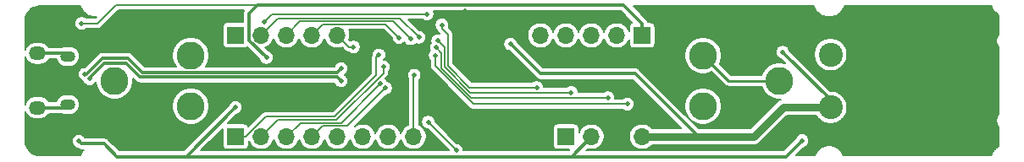
<source format=gbl>
G04 #@! TF.GenerationSoftware,KiCad,Pcbnew,(5.1.5-0-10_14)*
G04 #@! TF.CreationDate,2020-01-18T17:07:03-08:00*
G04 #@! TF.ProjectId,STM32L0xx_18650,53544d33-324c-4307-9878-5f3138363530,rev?*
G04 #@! TF.SameCoordinates,Original*
G04 #@! TF.FileFunction,Copper,L2,Bot*
G04 #@! TF.FilePolarity,Positive*
%FSLAX46Y46*%
G04 Gerber Fmt 4.6, Leading zero omitted, Abs format (unit mm)*
G04 Created by KiCad (PCBNEW (5.1.5-0-10_14)) date 2020-01-18 17:07:03*
%MOMM*%
%LPD*%
G04 APERTURE LIST*
%ADD10C,2.800000*%
%ADD11O,1.700000X1.700000*%
%ADD12R,1.700000X1.700000*%
%ADD13O,1.700000X1.350000*%
%ADD14O,1.500000X1.100000*%
%ADD15C,2.400000*%
%ADD16C,0.508000*%
%ADD17C,0.152400*%
%ADD18C,0.310000*%
%ADD19C,0.254000*%
%ADD20C,0.762000*%
%ADD21C,0.309880*%
G04 APERTURE END LIST*
D10*
X75200000Y-97460000D03*
X75200000Y-102540000D03*
X126400000Y-97460000D03*
X126400000Y-102540000D03*
X134020000Y-100000000D03*
X67580000Y-100000000D03*
D11*
X97460000Y-105610000D03*
X94920000Y-105610000D03*
X92380000Y-105610000D03*
X89840000Y-105610000D03*
X87300000Y-105610000D03*
X84760000Y-105610000D03*
X82220000Y-105610000D03*
D12*
X79680000Y-105610000D03*
X112690000Y-105610000D03*
D11*
X115230000Y-105610000D03*
X117770000Y-105610000D03*
X120310000Y-105610000D03*
D13*
X59885000Y-102705000D03*
X59885000Y-97245000D03*
D14*
X62885000Y-102395000D03*
X62885000Y-97555000D03*
D15*
X139150000Y-102675000D03*
X139150000Y-97375000D03*
D12*
X120300000Y-95450000D03*
D11*
X117760000Y-95450000D03*
X115220000Y-95450000D03*
X112680000Y-95450000D03*
X110140000Y-95450000D03*
D12*
X79660000Y-95440000D03*
D11*
X82200000Y-95440000D03*
X84740000Y-95440000D03*
X87280000Y-95440000D03*
X89820000Y-95440000D03*
D16*
X98925000Y-104150000D03*
X101750000Y-106975000D03*
X113850000Y-93850000D03*
X117425000Y-93875000D03*
X102350000Y-96350000D03*
X102050000Y-104225000D03*
X91450000Y-95125000D03*
X153500000Y-102650000D03*
X102575000Y-93025000D03*
X104250000Y-95300000D03*
X104250000Y-94725000D03*
X109800000Y-93825000D03*
X64275000Y-94250000D03*
X82750000Y-97675000D03*
X134350000Y-97125000D03*
X107150000Y-96309210D03*
X136300000Y-106000000D03*
X64000000Y-106075000D03*
X79659302Y-102659302D03*
X97525000Y-99425000D03*
X94450000Y-98625000D03*
X94000000Y-97400000D03*
X91450000Y-96625000D03*
X96000000Y-95700000D03*
X97150000Y-95800000D03*
X98000000Y-95650000D03*
X82500000Y-94100000D03*
X98800000Y-93325000D03*
X90200000Y-98775000D03*
X64616513Y-99341513D03*
X90200000Y-100025000D03*
X65083487Y-99808487D03*
X99625000Y-97475000D03*
X118825000Y-102350000D03*
X99750000Y-96675000D03*
X116900000Y-101700000D03*
X113225000Y-101175000D03*
X99875000Y-95975000D03*
X100300000Y-94400000D03*
X109775000Y-100675000D03*
X94171792Y-100297302D03*
X94675000Y-100725000D03*
D17*
X101750000Y-106975000D02*
X98925000Y-104150000D01*
D18*
X62575000Y-102705000D02*
X62885000Y-102395000D01*
X59885000Y-102705000D02*
X62575000Y-102705000D01*
X62575000Y-97245000D02*
X62885000Y-97555000D01*
X59885000Y-97245000D02*
X62575000Y-97245000D01*
X120300000Y-95450000D02*
X120300000Y-94290000D01*
X120300000Y-94290000D02*
X118410000Y-92400000D01*
X118410000Y-92400000D02*
X81875000Y-92400000D01*
D17*
X64275000Y-94250000D02*
X65875000Y-94250000D01*
X67725000Y-92400000D02*
X81875000Y-92400000D01*
X65875000Y-94250000D02*
X67725000Y-92400000D01*
D18*
X81042599Y-95951449D02*
X81042599Y-93232401D01*
X82750000Y-97675000D02*
X81042599Y-95951449D01*
X81042599Y-93232401D02*
X81875000Y-92400000D01*
D19*
X128940000Y-100000000D02*
X126400000Y-97460000D01*
X134020000Y-100000000D02*
X128940000Y-100000000D01*
D18*
X139150000Y-101925000D02*
X139150000Y-102675000D01*
X134350000Y-97125000D02*
X139150000Y-101925000D01*
D20*
X121512081Y-105610000D02*
X120310000Y-105610000D01*
D18*
X119625000Y-99300000D02*
X125935000Y-105610000D01*
X107150000Y-96309210D02*
X110140790Y-99300000D01*
X110140790Y-99300000D02*
X119625000Y-99300000D01*
D20*
X125935000Y-105610000D02*
X121512081Y-105610000D01*
X139150000Y-102675000D02*
X134400000Y-102675000D01*
X131465000Y-105610000D02*
X125935000Y-105610000D01*
X134400000Y-102675000D02*
X131465000Y-105610000D01*
D18*
X113230000Y-107610000D02*
X115230000Y-105610000D01*
X77365000Y-107610000D02*
X113230000Y-107610000D01*
X75135000Y-107610000D02*
X77365000Y-107610000D01*
X74565000Y-107610000D02*
X75135000Y-107610000D01*
X67785000Y-107610000D02*
X73410000Y-107610000D01*
X64440000Y-106330000D02*
X66505000Y-106330000D01*
X66505000Y-106330000D02*
X67785000Y-107610000D01*
X73410000Y-107610000D02*
X74565000Y-107610000D01*
X134690000Y-107610000D02*
X113230000Y-107610000D01*
X136300000Y-106000000D02*
X134690000Y-107610000D01*
X64438999Y-106328999D02*
X64440000Y-106330000D01*
X64253999Y-106328999D02*
X64438999Y-106328999D01*
X64000000Y-106075000D02*
X64253999Y-106328999D01*
X74708604Y-107610000D02*
X74565000Y-107610000D01*
X79659302Y-102659302D02*
X74708604Y-107610000D01*
D17*
X97475000Y-105595000D02*
X97460000Y-105610000D01*
X97475000Y-99550000D02*
X97475000Y-105595000D01*
X97475000Y-99475000D02*
X97475000Y-99675000D01*
X97525000Y-99425000D02*
X97475000Y-99475000D01*
X94450000Y-99225000D02*
X89753223Y-103921777D01*
X89753223Y-103921777D02*
X83908223Y-103921777D01*
X83908223Y-103921777D02*
X83069999Y-104760001D01*
X83069999Y-104760001D02*
X82220000Y-105610000D01*
X94450000Y-98625000D02*
X94450000Y-99225000D01*
X93746001Y-97653999D02*
X93746001Y-99446001D01*
X94000000Y-97400000D02*
X93746001Y-97653999D01*
X89575036Y-103616966D02*
X82675434Y-103616966D01*
X80682400Y-105610000D02*
X79680000Y-105610000D01*
X93746001Y-99446001D02*
X89575036Y-103616966D01*
X82675434Y-103616966D02*
X80682400Y-105610000D01*
X91005000Y-96625000D02*
X91450000Y-96625000D01*
X89820000Y-95440000D02*
X91005000Y-96625000D01*
X94659622Y-94359622D02*
X95746001Y-95446001D01*
X95746001Y-95446001D02*
X96000000Y-95700000D01*
X87280000Y-95440000D02*
X88360378Y-94359622D01*
X88360378Y-94359622D02*
X94659622Y-94359622D01*
X96896001Y-95546001D02*
X97150000Y-95800000D01*
X84740000Y-95440000D02*
X86125189Y-94054811D01*
X95404811Y-94054811D02*
X96896001Y-95546001D01*
X86125189Y-94054811D02*
X95404811Y-94054811D01*
X96100000Y-93750000D02*
X98000000Y-95650000D01*
X83890000Y-93750000D02*
X96100000Y-93750000D01*
X82200000Y-95440000D02*
X83890000Y-93750000D01*
X98800000Y-93325000D02*
X83275000Y-93325000D01*
X83275000Y-93325000D02*
X82500000Y-94100000D01*
D21*
X89806140Y-99168860D02*
X70320742Y-99168860D01*
X90200000Y-98775000D02*
X89806140Y-99168860D01*
X70320742Y-99168860D02*
X68895742Y-97743860D01*
X64756605Y-99341513D02*
X64616513Y-99341513D01*
X66354258Y-97743860D02*
X64756605Y-99341513D01*
X68895742Y-97743860D02*
X66354258Y-97743860D01*
X90200000Y-100025000D02*
X89806140Y-99631140D01*
X89806140Y-99631140D02*
X70129258Y-99631140D01*
X70129258Y-99631140D02*
X68704258Y-98206140D01*
X65083487Y-99668395D02*
X65083487Y-99808487D01*
X66545742Y-98206140D02*
X65083487Y-99668395D01*
X68704258Y-98206140D02*
X66545742Y-98206140D01*
D17*
X99625000Y-98543200D02*
X99625000Y-97475000D01*
X103431800Y-102350000D02*
X99625000Y-98543200D01*
X118825000Y-102350000D02*
X103431800Y-102350000D01*
X103212866Y-101700000D02*
X116540790Y-101700000D01*
X116540790Y-101700000D02*
X116900000Y-101700000D01*
X99750000Y-96675000D02*
X100265378Y-97190378D01*
X100265378Y-98752512D02*
X103212866Y-101700000D01*
X100265378Y-97190378D02*
X100265378Y-98752512D01*
X103118933Y-101175000D02*
X100570189Y-98626256D01*
X100570189Y-96670189D02*
X99875000Y-95975000D01*
X100570189Y-98626256D02*
X100570189Y-96670189D01*
X113225000Y-101175000D02*
X103118933Y-101175000D01*
X103050000Y-100675000D02*
X109775000Y-100675000D01*
X100875000Y-98500000D02*
X103050000Y-100675000D01*
X100300000Y-94400000D02*
X100300000Y-94759210D01*
X100300000Y-94759210D02*
X100875000Y-95334210D01*
X100875000Y-95334210D02*
X100875000Y-98500000D01*
X90242506Y-104226588D02*
X93917793Y-100551301D01*
X84760000Y-105610000D02*
X86143412Y-104226588D01*
X86143412Y-104226588D02*
X90242506Y-104226588D01*
X93917793Y-100551301D02*
X94171792Y-100297302D01*
X88149999Y-104760001D02*
X87300000Y-105610000D01*
X88378601Y-104531399D02*
X88149999Y-104760001D01*
X90868601Y-104531399D02*
X88378601Y-104531399D01*
X94675000Y-100725000D02*
X90868601Y-104531399D01*
G36*
X64181663Y-92594256D02*
G01*
X64200648Y-92638550D01*
X64219046Y-92683188D01*
X64222580Y-92689725D01*
X64326004Y-92877853D01*
X64353263Y-92917664D01*
X64379949Y-92957830D01*
X64384686Y-92963556D01*
X64522681Y-93128012D01*
X64557163Y-93161779D01*
X64591132Y-93195986D01*
X64596891Y-93200683D01*
X64764201Y-93335204D01*
X64804530Y-93361594D01*
X64844554Y-93388591D01*
X64851116Y-93392079D01*
X65041369Y-93491541D01*
X65086095Y-93509611D01*
X65130556Y-93528301D01*
X65137670Y-93530449D01*
X65343619Y-93591063D01*
X65391034Y-93600108D01*
X65438251Y-93609800D01*
X65445647Y-93610526D01*
X65659445Y-93629983D01*
X65707679Y-93629646D01*
X65740782Y-93629877D01*
X65654059Y-93716600D01*
X64747388Y-93716600D01*
X64728363Y-93697575D01*
X64611879Y-93619743D01*
X64482449Y-93566131D01*
X64345047Y-93538800D01*
X64204953Y-93538800D01*
X64067551Y-93566131D01*
X63938121Y-93619743D01*
X63821637Y-93697575D01*
X63722575Y-93796637D01*
X63644743Y-93913121D01*
X63591131Y-94042551D01*
X63563800Y-94179953D01*
X63563800Y-94320047D01*
X63591131Y-94457449D01*
X63644743Y-94586879D01*
X63722575Y-94703363D01*
X63821637Y-94802425D01*
X63938121Y-94880257D01*
X64067551Y-94933869D01*
X64204953Y-94961200D01*
X64345047Y-94961200D01*
X64482449Y-94933869D01*
X64611879Y-94880257D01*
X64728363Y-94802425D01*
X64747388Y-94783400D01*
X65848813Y-94783400D01*
X65875000Y-94785979D01*
X65901187Y-94783400D01*
X65901195Y-94783400D01*
X65979565Y-94775681D01*
X66080111Y-94745181D01*
X66172775Y-94695651D01*
X66253995Y-94628995D01*
X66270696Y-94608645D01*
X67945942Y-92933400D01*
X80508253Y-92933400D01*
X80479065Y-92988007D01*
X80474264Y-92996989D01*
X80439257Y-93112389D01*
X80427438Y-93232401D01*
X80430400Y-93262477D01*
X80430400Y-94130588D01*
X78810000Y-94130588D01*
X78720373Y-94139415D01*
X78634191Y-94165559D01*
X78554764Y-94208013D01*
X78485147Y-94265147D01*
X78428013Y-94334764D01*
X78385559Y-94414191D01*
X78359415Y-94500373D01*
X78350588Y-94590000D01*
X78350588Y-96290000D01*
X78359415Y-96379627D01*
X78385559Y-96465809D01*
X78428013Y-96545236D01*
X78485147Y-96614853D01*
X78554764Y-96671987D01*
X78634191Y-96714441D01*
X78720373Y-96740585D01*
X78810000Y-96749412D01*
X80510000Y-96749412D01*
X80599627Y-96740585D01*
X80685809Y-96714441D01*
X80765236Y-96671987D01*
X80834853Y-96614853D01*
X80836303Y-96613086D01*
X82059187Y-97847538D01*
X82066131Y-97882449D01*
X82119743Y-98011879D01*
X82197575Y-98128363D01*
X82296637Y-98227425D01*
X82413121Y-98305257D01*
X82542551Y-98358869D01*
X82679953Y-98386200D01*
X82820047Y-98386200D01*
X82957449Y-98358869D01*
X83086879Y-98305257D01*
X83203363Y-98227425D01*
X83302425Y-98128363D01*
X83380257Y-98011879D01*
X83433869Y-97882449D01*
X83461200Y-97745047D01*
X83461200Y-97604953D01*
X83433869Y-97467551D01*
X83380257Y-97338121D01*
X83302425Y-97221637D01*
X83203363Y-97122575D01*
X83086879Y-97044743D01*
X82957449Y-96991131D01*
X82928586Y-96985390D01*
X82624951Y-96678883D01*
X82819191Y-96598426D01*
X83033291Y-96455369D01*
X83215369Y-96273291D01*
X83358426Y-96059191D01*
X83456965Y-95821296D01*
X83470000Y-95755765D01*
X83483035Y-95821296D01*
X83581574Y-96059191D01*
X83724631Y-96273291D01*
X83906709Y-96455369D01*
X84120809Y-96598426D01*
X84358704Y-96696965D01*
X84611252Y-96747200D01*
X84868748Y-96747200D01*
X85121296Y-96696965D01*
X85359191Y-96598426D01*
X85573291Y-96455369D01*
X85755369Y-96273291D01*
X85898426Y-96059191D01*
X85996965Y-95821296D01*
X86010000Y-95755765D01*
X86023035Y-95821296D01*
X86121574Y-96059191D01*
X86264631Y-96273291D01*
X86446709Y-96455369D01*
X86660809Y-96598426D01*
X86898704Y-96696965D01*
X87151252Y-96747200D01*
X87408748Y-96747200D01*
X87661296Y-96696965D01*
X87899191Y-96598426D01*
X88113291Y-96455369D01*
X88295369Y-96273291D01*
X88438426Y-96059191D01*
X88536965Y-95821296D01*
X88550000Y-95755765D01*
X88563035Y-95821296D01*
X88661574Y-96059191D01*
X88804631Y-96273291D01*
X88986709Y-96455369D01*
X89200809Y-96598426D01*
X89438704Y-96696965D01*
X89691252Y-96747200D01*
X89948748Y-96747200D01*
X90201296Y-96696965D01*
X90287087Y-96661429D01*
X90609309Y-96983651D01*
X90626005Y-97003995D01*
X90646349Y-97020691D01*
X90646351Y-97020693D01*
X90688097Y-97054953D01*
X90707225Y-97070651D01*
X90799889Y-97120181D01*
X90900435Y-97150681D01*
X90977482Y-97158270D01*
X90996637Y-97177425D01*
X91113121Y-97255257D01*
X91242551Y-97308869D01*
X91379953Y-97336200D01*
X91520047Y-97336200D01*
X91657449Y-97308869D01*
X91786879Y-97255257D01*
X91903363Y-97177425D01*
X92002425Y-97078363D01*
X92080257Y-96961879D01*
X92133869Y-96832449D01*
X92161200Y-96695047D01*
X92161200Y-96554953D01*
X92133869Y-96417551D01*
X92080257Y-96288121D01*
X92002425Y-96171637D01*
X91903363Y-96072575D01*
X91786879Y-95994743D01*
X91657449Y-95941131D01*
X91520047Y-95913800D01*
X91379953Y-95913800D01*
X91242551Y-95941131D01*
X91124409Y-95990067D01*
X91041429Y-95907087D01*
X91076965Y-95821296D01*
X91127200Y-95568748D01*
X91127200Y-95311252D01*
X91076965Y-95058704D01*
X91008338Y-94893022D01*
X94438681Y-94893022D01*
X95288800Y-95743142D01*
X95288800Y-95770047D01*
X95316131Y-95907449D01*
X95369743Y-96036879D01*
X95447575Y-96153363D01*
X95546637Y-96252425D01*
X95663121Y-96330257D01*
X95792551Y-96383869D01*
X95929953Y-96411200D01*
X96070047Y-96411200D01*
X96207449Y-96383869D01*
X96336879Y-96330257D01*
X96453363Y-96252425D01*
X96539436Y-96166352D01*
X96597575Y-96253363D01*
X96696637Y-96352425D01*
X96813121Y-96430257D01*
X96942551Y-96483869D01*
X97079953Y-96511200D01*
X97220047Y-96511200D01*
X97357449Y-96483869D01*
X97486879Y-96430257D01*
X97603363Y-96352425D01*
X97671896Y-96283892D01*
X97792551Y-96333869D01*
X97929953Y-96361200D01*
X98070047Y-96361200D01*
X98207449Y-96333869D01*
X98336879Y-96280257D01*
X98453363Y-96202425D01*
X98552425Y-96103363D01*
X98630257Y-95986879D01*
X98683869Y-95857449D01*
X98711200Y-95720047D01*
X98711200Y-95579953D01*
X98683869Y-95442551D01*
X98630257Y-95313121D01*
X98552425Y-95196637D01*
X98453363Y-95097575D01*
X98336879Y-95019743D01*
X98207449Y-94966131D01*
X98070047Y-94938800D01*
X98043141Y-94938800D01*
X96962741Y-93858400D01*
X98327612Y-93858400D01*
X98346637Y-93877425D01*
X98463121Y-93955257D01*
X98592551Y-94008869D01*
X98729953Y-94036200D01*
X98870047Y-94036200D01*
X99007449Y-94008869D01*
X99136879Y-93955257D01*
X99253363Y-93877425D01*
X99352425Y-93778363D01*
X99430257Y-93661879D01*
X99483869Y-93532449D01*
X99511200Y-93395047D01*
X99511200Y-93254953D01*
X99483869Y-93117551D01*
X99440231Y-93012200D01*
X118156419Y-93012200D01*
X119309168Y-94164949D01*
X119274191Y-94175559D01*
X119194764Y-94218013D01*
X119125147Y-94275147D01*
X119068013Y-94344764D01*
X119025559Y-94424191D01*
X118999415Y-94510373D01*
X118990588Y-94600000D01*
X118990588Y-95005024D01*
X118918426Y-94830809D01*
X118775369Y-94616709D01*
X118593291Y-94434631D01*
X118379191Y-94291574D01*
X118141296Y-94193035D01*
X117888748Y-94142800D01*
X117631252Y-94142800D01*
X117378704Y-94193035D01*
X117140809Y-94291574D01*
X116926709Y-94434631D01*
X116744631Y-94616709D01*
X116601574Y-94830809D01*
X116503035Y-95068704D01*
X116490000Y-95134235D01*
X116476965Y-95068704D01*
X116378426Y-94830809D01*
X116235369Y-94616709D01*
X116053291Y-94434631D01*
X115839191Y-94291574D01*
X115601296Y-94193035D01*
X115348748Y-94142800D01*
X115091252Y-94142800D01*
X114838704Y-94193035D01*
X114600809Y-94291574D01*
X114386709Y-94434631D01*
X114204631Y-94616709D01*
X114061574Y-94830809D01*
X113963035Y-95068704D01*
X113950000Y-95134235D01*
X113936965Y-95068704D01*
X113838426Y-94830809D01*
X113695369Y-94616709D01*
X113513291Y-94434631D01*
X113299191Y-94291574D01*
X113061296Y-94193035D01*
X112808748Y-94142800D01*
X112551252Y-94142800D01*
X112298704Y-94193035D01*
X112060809Y-94291574D01*
X111846709Y-94434631D01*
X111664631Y-94616709D01*
X111521574Y-94830809D01*
X111423035Y-95068704D01*
X111410000Y-95134235D01*
X111396965Y-95068704D01*
X111298426Y-94830809D01*
X111155369Y-94616709D01*
X110973291Y-94434631D01*
X110759191Y-94291574D01*
X110521296Y-94193035D01*
X110268748Y-94142800D01*
X110011252Y-94142800D01*
X109758704Y-94193035D01*
X109520809Y-94291574D01*
X109306709Y-94434631D01*
X109124631Y-94616709D01*
X108981574Y-94830809D01*
X108883035Y-95068704D01*
X108832800Y-95321252D01*
X108832800Y-95578748D01*
X108883035Y-95831296D01*
X108981574Y-96069191D01*
X109124631Y-96283291D01*
X109306709Y-96465369D01*
X109520809Y-96608426D01*
X109758704Y-96706965D01*
X110011252Y-96757200D01*
X110268748Y-96757200D01*
X110521296Y-96706965D01*
X110759191Y-96608426D01*
X110973291Y-96465369D01*
X111155369Y-96283291D01*
X111298426Y-96069191D01*
X111396965Y-95831296D01*
X111410000Y-95765765D01*
X111423035Y-95831296D01*
X111521574Y-96069191D01*
X111664631Y-96283291D01*
X111846709Y-96465369D01*
X112060809Y-96608426D01*
X112298704Y-96706965D01*
X112551252Y-96757200D01*
X112808748Y-96757200D01*
X113061296Y-96706965D01*
X113299191Y-96608426D01*
X113513291Y-96465369D01*
X113695369Y-96283291D01*
X113838426Y-96069191D01*
X113936965Y-95831296D01*
X113950000Y-95765765D01*
X113963035Y-95831296D01*
X114061574Y-96069191D01*
X114204631Y-96283291D01*
X114386709Y-96465369D01*
X114600809Y-96608426D01*
X114838704Y-96706965D01*
X115091252Y-96757200D01*
X115348748Y-96757200D01*
X115601296Y-96706965D01*
X115839191Y-96608426D01*
X116053291Y-96465369D01*
X116235369Y-96283291D01*
X116378426Y-96069191D01*
X116476965Y-95831296D01*
X116490000Y-95765765D01*
X116503035Y-95831296D01*
X116601574Y-96069191D01*
X116744631Y-96283291D01*
X116926709Y-96465369D01*
X117140809Y-96608426D01*
X117378704Y-96706965D01*
X117631252Y-96757200D01*
X117888748Y-96757200D01*
X118141296Y-96706965D01*
X118379191Y-96608426D01*
X118593291Y-96465369D01*
X118775369Y-96283291D01*
X118918426Y-96069191D01*
X118990588Y-95894976D01*
X118990588Y-96300000D01*
X118999415Y-96389627D01*
X119025559Y-96475809D01*
X119068013Y-96555236D01*
X119125147Y-96624853D01*
X119194764Y-96681987D01*
X119274191Y-96724441D01*
X119360373Y-96750585D01*
X119450000Y-96759412D01*
X121150000Y-96759412D01*
X121239627Y-96750585D01*
X121325809Y-96724441D01*
X121405236Y-96681987D01*
X121474853Y-96624853D01*
X121531987Y-96555236D01*
X121574441Y-96475809D01*
X121600585Y-96389627D01*
X121609412Y-96300000D01*
X121609412Y-94600000D01*
X121600585Y-94510373D01*
X121574441Y-94424191D01*
X121531987Y-94344764D01*
X121474853Y-94275147D01*
X121405236Y-94218013D01*
X121325809Y-94175559D01*
X121239627Y-94149415D01*
X121150000Y-94140588D01*
X120894424Y-94140588D01*
X120882111Y-94100000D01*
X120868336Y-94054588D01*
X120811489Y-93948234D01*
X120734985Y-93855015D01*
X120711623Y-93835842D01*
X119407981Y-92532200D01*
X137461978Y-92532200D01*
X137481663Y-92594256D01*
X137500648Y-92638550D01*
X137519046Y-92683188D01*
X137522580Y-92689725D01*
X137626004Y-92877853D01*
X137653263Y-92917664D01*
X137679949Y-92957830D01*
X137684686Y-92963556D01*
X137822681Y-93128012D01*
X137857163Y-93161779D01*
X137891132Y-93195986D01*
X137896891Y-93200683D01*
X138064201Y-93335204D01*
X138104530Y-93361594D01*
X138144554Y-93388591D01*
X138151116Y-93392079D01*
X138341369Y-93491541D01*
X138386095Y-93509611D01*
X138430556Y-93528301D01*
X138437670Y-93530449D01*
X138643619Y-93591063D01*
X138691034Y-93600108D01*
X138738251Y-93609800D01*
X138745647Y-93610526D01*
X138959445Y-93629983D01*
X139007679Y-93629646D01*
X139055912Y-93629983D01*
X139063308Y-93629258D01*
X139276815Y-93606818D01*
X139324099Y-93597112D01*
X139371450Y-93588079D01*
X139378564Y-93585932D01*
X139583645Y-93522448D01*
X139628126Y-93503750D01*
X139672833Y-93485687D01*
X139679394Y-93482198D01*
X139868239Y-93380090D01*
X139908212Y-93353128D01*
X139948589Y-93326706D01*
X139954348Y-93322009D01*
X140119763Y-93185167D01*
X140153754Y-93150938D01*
X140188217Y-93117189D01*
X140192954Y-93111463D01*
X140328639Y-92945096D01*
X140355323Y-92904933D01*
X140382583Y-92865121D01*
X140386117Y-92858584D01*
X140486905Y-92669031D01*
X140505278Y-92624454D01*
X140524289Y-92580099D01*
X140526486Y-92573000D01*
X140538804Y-92532200D01*
X155211978Y-92532200D01*
X155231663Y-92594256D01*
X155250648Y-92638550D01*
X155269046Y-92683188D01*
X155272580Y-92689725D01*
X155376004Y-92877853D01*
X155403263Y-92917664D01*
X155429949Y-92957830D01*
X155434686Y-92963556D01*
X155572681Y-93128012D01*
X155607163Y-93161779D01*
X155641132Y-93195986D01*
X155646891Y-93200683D01*
X155814201Y-93335204D01*
X155854530Y-93361594D01*
X155894554Y-93388591D01*
X155901116Y-93392079D01*
X155973800Y-93430077D01*
X155973800Y-95295329D01*
X155936638Y-95332491D01*
X155822042Y-95503996D01*
X155743107Y-95694562D01*
X155702867Y-95896866D01*
X155702867Y-96103134D01*
X155743107Y-96305438D01*
X155822042Y-96496004D01*
X155936638Y-96667509D01*
X155973800Y-96704671D01*
X155973800Y-103295329D01*
X155936638Y-103332491D01*
X155822042Y-103503996D01*
X155743107Y-103694562D01*
X155702867Y-103896866D01*
X155702867Y-104103134D01*
X155743107Y-104305438D01*
X155822042Y-104496004D01*
X155936638Y-104667509D01*
X155973800Y-104704671D01*
X155973800Y-106570145D01*
X155881761Y-106619910D01*
X155841765Y-106646888D01*
X155801411Y-106673294D01*
X155795652Y-106677991D01*
X155630236Y-106814834D01*
X155596246Y-106849062D01*
X155561783Y-106882811D01*
X155557046Y-106888537D01*
X155421361Y-107054904D01*
X155394677Y-107095067D01*
X155367417Y-107134879D01*
X155363882Y-107141416D01*
X155263095Y-107330970D01*
X155244727Y-107375533D01*
X155225711Y-107419901D01*
X155223514Y-107427000D01*
X155211196Y-107467800D01*
X140433612Y-107467800D01*
X140426422Y-107445135D01*
X140407430Y-107400823D01*
X140389040Y-107356205D01*
X140385505Y-107349668D01*
X140291483Y-107178643D01*
X140264234Y-107138847D01*
X140237539Y-107098668D01*
X140232802Y-107092942D01*
X140107352Y-106943436D01*
X140072906Y-106909704D01*
X140038899Y-106875459D01*
X140033140Y-106870762D01*
X139881041Y-106748472D01*
X139840682Y-106722062D01*
X139800692Y-106695088D01*
X139794130Y-106691599D01*
X139621175Y-106601179D01*
X139576469Y-106583117D01*
X139531981Y-106564416D01*
X139524867Y-106562269D01*
X139337642Y-106507166D01*
X139290238Y-106498123D01*
X139243013Y-106488429D01*
X139235617Y-106487703D01*
X139041255Y-106470014D01*
X138993014Y-106470351D01*
X138944783Y-106470015D01*
X138937387Y-106470740D01*
X138743290Y-106491141D01*
X138696071Y-106500834D01*
X138648661Y-106509878D01*
X138641547Y-106512026D01*
X138455109Y-106569738D01*
X138410649Y-106588427D01*
X138365919Y-106606499D01*
X138359357Y-106609988D01*
X138187681Y-106702813D01*
X138147706Y-106729776D01*
X138107328Y-106756199D01*
X138101569Y-106760896D01*
X137951191Y-106885300D01*
X137917203Y-106919526D01*
X137882741Y-106953274D01*
X137878004Y-106959000D01*
X137754654Y-107110242D01*
X137727968Y-107150408D01*
X137700709Y-107190219D01*
X137697174Y-107196755D01*
X137605549Y-107369078D01*
X137587161Y-107413689D01*
X137568166Y-107458009D01*
X137565971Y-107465101D01*
X137565968Y-107465108D01*
X137565967Y-107465115D01*
X137565156Y-107467800D01*
X135697981Y-107467800D01*
X136475572Y-106690210D01*
X136507449Y-106683869D01*
X136636879Y-106630257D01*
X136753363Y-106552425D01*
X136852425Y-106453363D01*
X136930257Y-106336879D01*
X136983869Y-106207449D01*
X137011200Y-106070047D01*
X137011200Y-105929953D01*
X136983869Y-105792551D01*
X136930257Y-105663121D01*
X136852425Y-105546637D01*
X136753363Y-105447575D01*
X136636879Y-105369743D01*
X136507449Y-105316131D01*
X136370047Y-105288800D01*
X136229953Y-105288800D01*
X136092551Y-105316131D01*
X135963121Y-105369743D01*
X135846637Y-105447575D01*
X135747575Y-105546637D01*
X135669743Y-105663121D01*
X135616131Y-105792551D01*
X135609790Y-105824428D01*
X134436419Y-106997800D01*
X114707982Y-106997800D01*
X114841713Y-106864069D01*
X114848704Y-106866965D01*
X115101252Y-106917200D01*
X115358748Y-106917200D01*
X115611296Y-106866965D01*
X115849191Y-106768426D01*
X116063291Y-106625369D01*
X116245369Y-106443291D01*
X116388426Y-106229191D01*
X116486965Y-105991296D01*
X116537200Y-105738748D01*
X116537200Y-105481252D01*
X116486965Y-105228704D01*
X116388426Y-104990809D01*
X116245369Y-104776709D01*
X116063291Y-104594631D01*
X115849191Y-104451574D01*
X115611296Y-104353035D01*
X115358748Y-104302800D01*
X115101252Y-104302800D01*
X114848704Y-104353035D01*
X114610809Y-104451574D01*
X114396709Y-104594631D01*
X114214631Y-104776709D01*
X114071574Y-104990809D01*
X113999412Y-105165024D01*
X113999412Y-104760000D01*
X113990585Y-104670373D01*
X113964441Y-104584191D01*
X113921987Y-104504764D01*
X113864853Y-104435147D01*
X113795236Y-104378013D01*
X113715809Y-104335559D01*
X113629627Y-104309415D01*
X113540000Y-104300588D01*
X111840000Y-104300588D01*
X111750373Y-104309415D01*
X111664191Y-104335559D01*
X111584764Y-104378013D01*
X111515147Y-104435147D01*
X111458013Y-104504764D01*
X111415559Y-104584191D01*
X111389415Y-104670373D01*
X111380588Y-104760000D01*
X111380588Y-106460000D01*
X111389415Y-106549627D01*
X111415559Y-106635809D01*
X111458013Y-106715236D01*
X111515147Y-106784853D01*
X111584764Y-106841987D01*
X111664191Y-106884441D01*
X111750373Y-106910585D01*
X111840000Y-106919412D01*
X113054807Y-106919412D01*
X112976419Y-106997800D01*
X102461200Y-106997800D01*
X102461200Y-106904953D01*
X102433869Y-106767551D01*
X102380257Y-106638121D01*
X102302425Y-106521637D01*
X102203363Y-106422575D01*
X102086879Y-106344743D01*
X101957449Y-106291131D01*
X101820047Y-106263800D01*
X101793142Y-106263800D01*
X99636200Y-104106859D01*
X99636200Y-104079953D01*
X99608869Y-103942551D01*
X99555257Y-103813121D01*
X99477425Y-103696637D01*
X99378363Y-103597575D01*
X99261879Y-103519743D01*
X99132449Y-103466131D01*
X98995047Y-103438800D01*
X98854953Y-103438800D01*
X98717551Y-103466131D01*
X98588121Y-103519743D01*
X98471637Y-103597575D01*
X98372575Y-103696637D01*
X98294743Y-103813121D01*
X98241131Y-103942551D01*
X98213800Y-104079953D01*
X98213800Y-104220047D01*
X98241131Y-104357449D01*
X98294743Y-104486879D01*
X98372575Y-104603363D01*
X98471637Y-104702425D01*
X98588121Y-104780257D01*
X98717551Y-104833869D01*
X98854953Y-104861200D01*
X98881859Y-104861200D01*
X101018458Y-106997800D01*
X76186585Y-106997800D01*
X78370588Y-104813798D01*
X78370588Y-106460000D01*
X78379415Y-106549627D01*
X78405559Y-106635809D01*
X78448013Y-106715236D01*
X78505147Y-106784853D01*
X78574764Y-106841987D01*
X78654191Y-106884441D01*
X78740373Y-106910585D01*
X78830000Y-106919412D01*
X80530000Y-106919412D01*
X80619627Y-106910585D01*
X80705809Y-106884441D01*
X80785236Y-106841987D01*
X80854853Y-106784853D01*
X80911987Y-106715236D01*
X80954441Y-106635809D01*
X80980585Y-106549627D01*
X80989412Y-106460000D01*
X80989412Y-106054976D01*
X81061574Y-106229191D01*
X81204631Y-106443291D01*
X81386709Y-106625369D01*
X81600809Y-106768426D01*
X81838704Y-106866965D01*
X82091252Y-106917200D01*
X82348748Y-106917200D01*
X82601296Y-106866965D01*
X82839191Y-106768426D01*
X83053291Y-106625369D01*
X83235369Y-106443291D01*
X83378426Y-106229191D01*
X83476965Y-105991296D01*
X83490000Y-105925765D01*
X83503035Y-105991296D01*
X83601574Y-106229191D01*
X83744631Y-106443291D01*
X83926709Y-106625369D01*
X84140809Y-106768426D01*
X84378704Y-106866965D01*
X84631252Y-106917200D01*
X84888748Y-106917200D01*
X85141296Y-106866965D01*
X85379191Y-106768426D01*
X85593291Y-106625369D01*
X85775369Y-106443291D01*
X85918426Y-106229191D01*
X86016965Y-105991296D01*
X86030000Y-105925765D01*
X86043035Y-105991296D01*
X86141574Y-106229191D01*
X86284631Y-106443291D01*
X86466709Y-106625369D01*
X86680809Y-106768426D01*
X86918704Y-106866965D01*
X87171252Y-106917200D01*
X87428748Y-106917200D01*
X87681296Y-106866965D01*
X87919191Y-106768426D01*
X88133291Y-106625369D01*
X88315369Y-106443291D01*
X88458426Y-106229191D01*
X88556965Y-105991296D01*
X88570000Y-105925765D01*
X88583035Y-105991296D01*
X88681574Y-106229191D01*
X88824631Y-106443291D01*
X89006709Y-106625369D01*
X89220809Y-106768426D01*
X89458704Y-106866965D01*
X89711252Y-106917200D01*
X89968748Y-106917200D01*
X90221296Y-106866965D01*
X90459191Y-106768426D01*
X90673291Y-106625369D01*
X90855369Y-106443291D01*
X90998426Y-106229191D01*
X91096965Y-105991296D01*
X91110000Y-105925765D01*
X91123035Y-105991296D01*
X91221574Y-106229191D01*
X91364631Y-106443291D01*
X91546709Y-106625369D01*
X91760809Y-106768426D01*
X91998704Y-106866965D01*
X92251252Y-106917200D01*
X92508748Y-106917200D01*
X92761296Y-106866965D01*
X92999191Y-106768426D01*
X93213291Y-106625369D01*
X93395369Y-106443291D01*
X93538426Y-106229191D01*
X93636965Y-105991296D01*
X93650000Y-105925765D01*
X93663035Y-105991296D01*
X93761574Y-106229191D01*
X93904631Y-106443291D01*
X94086709Y-106625369D01*
X94300809Y-106768426D01*
X94538704Y-106866965D01*
X94791252Y-106917200D01*
X95048748Y-106917200D01*
X95301296Y-106866965D01*
X95539191Y-106768426D01*
X95753291Y-106625369D01*
X95935369Y-106443291D01*
X96078426Y-106229191D01*
X96176965Y-105991296D01*
X96190000Y-105925765D01*
X96203035Y-105991296D01*
X96301574Y-106229191D01*
X96444631Y-106443291D01*
X96626709Y-106625369D01*
X96840809Y-106768426D01*
X97078704Y-106866965D01*
X97331252Y-106917200D01*
X97588748Y-106917200D01*
X97841296Y-106866965D01*
X98079191Y-106768426D01*
X98293291Y-106625369D01*
X98475369Y-106443291D01*
X98618426Y-106229191D01*
X98716965Y-105991296D01*
X98767200Y-105738748D01*
X98767200Y-105481252D01*
X98716965Y-105228704D01*
X98618426Y-104990809D01*
X98475369Y-104776709D01*
X98293291Y-104594631D01*
X98079191Y-104451574D01*
X98008400Y-104422252D01*
X98008400Y-99947388D01*
X98077425Y-99878363D01*
X98155257Y-99761879D01*
X98208869Y-99632449D01*
X98236200Y-99495047D01*
X98236200Y-99354953D01*
X98208869Y-99217551D01*
X98155257Y-99088121D01*
X98077425Y-98971637D01*
X97978363Y-98872575D01*
X97861879Y-98794743D01*
X97732449Y-98741131D01*
X97595047Y-98713800D01*
X97454953Y-98713800D01*
X97317551Y-98741131D01*
X97188121Y-98794743D01*
X97071637Y-98872575D01*
X96972575Y-98971637D01*
X96894743Y-99088121D01*
X96841131Y-99217551D01*
X96813800Y-99354953D01*
X96813800Y-99495047D01*
X96841131Y-99632449D01*
X96894743Y-99761879D01*
X96941600Y-99832006D01*
X96941601Y-104409825D01*
X96840809Y-104451574D01*
X96626709Y-104594631D01*
X96444631Y-104776709D01*
X96301574Y-104990809D01*
X96203035Y-105228704D01*
X96190000Y-105294235D01*
X96176965Y-105228704D01*
X96078426Y-104990809D01*
X95935369Y-104776709D01*
X95753291Y-104594631D01*
X95539191Y-104451574D01*
X95301296Y-104353035D01*
X95048748Y-104302800D01*
X94791252Y-104302800D01*
X94538704Y-104353035D01*
X94300809Y-104451574D01*
X94086709Y-104594631D01*
X93904631Y-104776709D01*
X93761574Y-104990809D01*
X93663035Y-105228704D01*
X93650000Y-105294235D01*
X93636965Y-105228704D01*
X93538426Y-104990809D01*
X93395369Y-104776709D01*
X93213291Y-104594631D01*
X92999191Y-104451574D01*
X92761296Y-104353035D01*
X92508748Y-104302800D01*
X92251252Y-104302800D01*
X91998704Y-104353035D01*
X91760809Y-104451574D01*
X91585890Y-104568451D01*
X94718142Y-101436200D01*
X94745047Y-101436200D01*
X94882449Y-101408869D01*
X95011879Y-101355257D01*
X95128363Y-101277425D01*
X95227425Y-101178363D01*
X95305257Y-101061879D01*
X95358869Y-100932449D01*
X95386200Y-100795047D01*
X95386200Y-100654953D01*
X95358869Y-100517551D01*
X95305257Y-100388121D01*
X95227425Y-100271637D01*
X95128363Y-100172575D01*
X95011879Y-100094743D01*
X94882449Y-100041131D01*
X94831262Y-100030949D01*
X94802049Y-99960423D01*
X94724217Y-99843939D01*
X94654810Y-99774532D01*
X94808645Y-99620696D01*
X94828995Y-99603995D01*
X94895651Y-99522775D01*
X94945181Y-99430111D01*
X94975681Y-99329565D01*
X94983400Y-99251195D01*
X94983400Y-99251194D01*
X94985980Y-99225000D01*
X94983400Y-99198806D01*
X94983400Y-99097388D01*
X95002425Y-99078363D01*
X95080257Y-98961879D01*
X95133869Y-98832449D01*
X95161200Y-98695047D01*
X95161200Y-98554953D01*
X95133869Y-98417551D01*
X95080257Y-98288121D01*
X95002425Y-98171637D01*
X94903363Y-98072575D01*
X94786879Y-97994743D01*
X94657449Y-97941131D01*
X94520047Y-97913800D01*
X94491988Y-97913800D01*
X94552425Y-97853363D01*
X94630257Y-97736879D01*
X94683869Y-97607449D01*
X94711200Y-97470047D01*
X94711200Y-97404953D01*
X98913800Y-97404953D01*
X98913800Y-97545047D01*
X98941131Y-97682449D01*
X98994743Y-97811879D01*
X99072575Y-97928363D01*
X99091601Y-97947389D01*
X99091600Y-98517013D01*
X99089021Y-98543200D01*
X99091600Y-98569387D01*
X99091600Y-98569394D01*
X99099319Y-98647764D01*
X99129819Y-98748310D01*
X99179349Y-98840975D01*
X99246005Y-98922195D01*
X99266355Y-98938896D01*
X103036109Y-102708651D01*
X103052805Y-102728995D01*
X103134025Y-102795651D01*
X103226689Y-102845181D01*
X103327235Y-102875681D01*
X103405605Y-102883400D01*
X103405612Y-102883400D01*
X103431799Y-102885979D01*
X103457986Y-102883400D01*
X118352612Y-102883400D01*
X118371637Y-102902425D01*
X118488121Y-102980257D01*
X118617551Y-103033869D01*
X118754953Y-103061200D01*
X118895047Y-103061200D01*
X119032449Y-103033869D01*
X119161879Y-102980257D01*
X119278363Y-102902425D01*
X119377425Y-102803363D01*
X119455257Y-102686879D01*
X119508869Y-102557449D01*
X119536200Y-102420047D01*
X119536200Y-102279953D01*
X119508869Y-102142551D01*
X119455257Y-102013121D01*
X119377425Y-101896637D01*
X119278363Y-101797575D01*
X119161879Y-101719743D01*
X119032449Y-101666131D01*
X118895047Y-101638800D01*
X118754953Y-101638800D01*
X118617551Y-101666131D01*
X118488121Y-101719743D01*
X118371637Y-101797575D01*
X118352612Y-101816600D01*
X117601940Y-101816600D01*
X117611200Y-101770047D01*
X117611200Y-101629953D01*
X117583869Y-101492551D01*
X117530257Y-101363121D01*
X117452425Y-101246637D01*
X117353363Y-101147575D01*
X117236879Y-101069743D01*
X117107449Y-101016131D01*
X116970047Y-100988800D01*
X116829953Y-100988800D01*
X116692551Y-101016131D01*
X116563121Y-101069743D01*
X116446637Y-101147575D01*
X116427612Y-101166600D01*
X113936200Y-101166600D01*
X113936200Y-101104953D01*
X113908869Y-100967551D01*
X113855257Y-100838121D01*
X113777425Y-100721637D01*
X113678363Y-100622575D01*
X113561879Y-100544743D01*
X113432449Y-100491131D01*
X113295047Y-100463800D01*
X113154953Y-100463800D01*
X113017551Y-100491131D01*
X112888121Y-100544743D01*
X112771637Y-100622575D01*
X112752612Y-100641600D01*
X110486200Y-100641600D01*
X110486200Y-100604953D01*
X110458869Y-100467551D01*
X110405257Y-100338121D01*
X110327425Y-100221637D01*
X110228363Y-100122575D01*
X110111879Y-100044743D01*
X109982449Y-99991131D01*
X109845047Y-99963800D01*
X109704953Y-99963800D01*
X109567551Y-99991131D01*
X109438121Y-100044743D01*
X109321637Y-100122575D01*
X109302612Y-100141600D01*
X103270942Y-100141600D01*
X101408400Y-98279059D01*
X101408400Y-96239163D01*
X106438800Y-96239163D01*
X106438800Y-96379257D01*
X106466131Y-96516659D01*
X106519743Y-96646089D01*
X106597575Y-96762573D01*
X106696637Y-96861635D01*
X106813121Y-96939467D01*
X106942551Y-96993079D01*
X106974429Y-96999420D01*
X109686637Y-99711629D01*
X109705805Y-99734985D01*
X109729161Y-99754153D01*
X109729164Y-99754156D01*
X109737897Y-99761323D01*
X109799024Y-99811489D01*
X109905378Y-99868336D01*
X109961885Y-99885477D01*
X110020777Y-99903342D01*
X110031632Y-99904411D01*
X110110716Y-99912200D01*
X110110723Y-99912200D01*
X110140790Y-99915161D01*
X110170856Y-99912200D01*
X119371419Y-99912200D01*
X124231019Y-104771800D01*
X121320460Y-104771800D01*
X121143291Y-104594631D01*
X120929191Y-104451574D01*
X120691296Y-104353035D01*
X120438748Y-104302800D01*
X120181252Y-104302800D01*
X119928704Y-104353035D01*
X119690809Y-104451574D01*
X119476709Y-104594631D01*
X119294631Y-104776709D01*
X119151574Y-104990809D01*
X119053035Y-105228704D01*
X119002800Y-105481252D01*
X119002800Y-105738748D01*
X119053035Y-105991296D01*
X119151574Y-106229191D01*
X119294631Y-106443291D01*
X119476709Y-106625369D01*
X119690809Y-106768426D01*
X119928704Y-106866965D01*
X120181252Y-106917200D01*
X120438748Y-106917200D01*
X120691296Y-106866965D01*
X120929191Y-106768426D01*
X121143291Y-106625369D01*
X121320460Y-106448200D01*
X131423837Y-106448200D01*
X131465000Y-106452254D01*
X131506163Y-106448200D01*
X131506170Y-106448200D01*
X131629316Y-106436071D01*
X131787317Y-106388142D01*
X131932932Y-106310309D01*
X132060564Y-106205564D01*
X132086811Y-106173582D01*
X134747194Y-103513200D01*
X137716971Y-103513200D01*
X137862769Y-103731403D01*
X138093597Y-103962231D01*
X138365022Y-104143591D01*
X138666613Y-104268514D01*
X138986780Y-104332200D01*
X139313220Y-104332200D01*
X139633387Y-104268514D01*
X139934978Y-104143591D01*
X140206403Y-103962231D01*
X140437231Y-103731403D01*
X140618591Y-103459978D01*
X140743514Y-103158387D01*
X140807200Y-102838220D01*
X140807200Y-102511780D01*
X140743514Y-102191613D01*
X140618591Y-101890022D01*
X140437231Y-101618597D01*
X140206403Y-101387769D01*
X139934978Y-101206409D01*
X139633387Y-101081486D01*
X139313220Y-101017800D01*
X139108582Y-101017800D01*
X135302562Y-97211780D01*
X137492800Y-97211780D01*
X137492800Y-97538220D01*
X137556486Y-97858387D01*
X137681409Y-98159978D01*
X137862769Y-98431403D01*
X138093597Y-98662231D01*
X138365022Y-98843591D01*
X138666613Y-98968514D01*
X138986780Y-99032200D01*
X139313220Y-99032200D01*
X139633387Y-98968514D01*
X139934978Y-98843591D01*
X140206403Y-98662231D01*
X140437231Y-98431403D01*
X140618591Y-98159978D01*
X140743514Y-97858387D01*
X140807200Y-97538220D01*
X140807200Y-97211780D01*
X140743514Y-96891613D01*
X140618591Y-96590022D01*
X140437231Y-96318597D01*
X140206403Y-96087769D01*
X139934978Y-95906409D01*
X139633387Y-95781486D01*
X139313220Y-95717800D01*
X138986780Y-95717800D01*
X138666613Y-95781486D01*
X138365022Y-95906409D01*
X138093597Y-96087769D01*
X137862769Y-96318597D01*
X137681409Y-96590022D01*
X137556486Y-96891613D01*
X137492800Y-97211780D01*
X135302562Y-97211780D01*
X135040210Y-96949429D01*
X135033869Y-96917551D01*
X134980257Y-96788121D01*
X134902425Y-96671637D01*
X134803363Y-96572575D01*
X134686879Y-96494743D01*
X134557449Y-96441131D01*
X134420047Y-96413800D01*
X134279953Y-96413800D01*
X134142551Y-96441131D01*
X134013121Y-96494743D01*
X133896637Y-96572575D01*
X133797575Y-96671637D01*
X133719743Y-96788121D01*
X133666131Y-96917551D01*
X133638800Y-97054953D01*
X133638800Y-97195047D01*
X133666131Y-97332449D01*
X133719743Y-97461879D01*
X133797575Y-97578363D01*
X133896637Y-97677425D01*
X134013121Y-97755257D01*
X134142551Y-97808869D01*
X134174429Y-97815210D01*
X134581638Y-98222419D01*
X134561725Y-98214171D01*
X134202918Y-98142800D01*
X133837082Y-98142800D01*
X133478275Y-98214171D01*
X133140286Y-98354171D01*
X132836104Y-98557419D01*
X132577419Y-98816104D01*
X132374171Y-99120286D01*
X132251765Y-99415800D01*
X129181983Y-99415800D01*
X128063423Y-98297240D01*
X128185829Y-98001725D01*
X128257200Y-97642918D01*
X128257200Y-97277082D01*
X128185829Y-96918275D01*
X128045829Y-96580286D01*
X127842581Y-96276104D01*
X127583896Y-96017419D01*
X127279714Y-95814171D01*
X126941725Y-95674171D01*
X126582918Y-95602800D01*
X126217082Y-95602800D01*
X125858275Y-95674171D01*
X125520286Y-95814171D01*
X125216104Y-96017419D01*
X124957419Y-96276104D01*
X124754171Y-96580286D01*
X124614171Y-96918275D01*
X124542800Y-97277082D01*
X124542800Y-97642918D01*
X124614171Y-98001725D01*
X124754171Y-98339714D01*
X124957419Y-98643896D01*
X125216104Y-98902581D01*
X125520286Y-99105829D01*
X125858275Y-99245829D01*
X126217082Y-99317200D01*
X126582918Y-99317200D01*
X126941725Y-99245829D01*
X127237240Y-99123423D01*
X128506618Y-100392801D01*
X128524910Y-100415090D01*
X128613866Y-100488094D01*
X128715355Y-100542341D01*
X128825477Y-100575746D01*
X128911308Y-100584200D01*
X128911317Y-100584200D01*
X128939999Y-100587025D01*
X128968681Y-100584200D01*
X132251765Y-100584200D01*
X132374171Y-100879714D01*
X132577419Y-101183896D01*
X132836104Y-101442581D01*
X133140286Y-101645829D01*
X133478275Y-101785829D01*
X133837082Y-101857200D01*
X134202918Y-101857200D01*
X134218894Y-101854022D01*
X134077683Y-101896858D01*
X133932068Y-101974691D01*
X133837593Y-102052225D01*
X133804436Y-102079436D01*
X133778194Y-102111412D01*
X131117807Y-104771800D01*
X125962581Y-104771800D01*
X123547863Y-102357082D01*
X124542800Y-102357082D01*
X124542800Y-102722918D01*
X124614171Y-103081725D01*
X124754171Y-103419714D01*
X124957419Y-103723896D01*
X125216104Y-103982581D01*
X125520286Y-104185829D01*
X125858275Y-104325829D01*
X126217082Y-104397200D01*
X126582918Y-104397200D01*
X126941725Y-104325829D01*
X127279714Y-104185829D01*
X127583896Y-103982581D01*
X127842581Y-103723896D01*
X128045829Y-103419714D01*
X128185829Y-103081725D01*
X128257200Y-102722918D01*
X128257200Y-102357082D01*
X128185829Y-101998275D01*
X128045829Y-101660286D01*
X127842581Y-101356104D01*
X127583896Y-101097419D01*
X127279714Y-100894171D01*
X126941725Y-100754171D01*
X126582918Y-100682800D01*
X126217082Y-100682800D01*
X125858275Y-100754171D01*
X125520286Y-100894171D01*
X125216104Y-101097419D01*
X124957419Y-101356104D01*
X124754171Y-101660286D01*
X124614171Y-101998275D01*
X124542800Y-102357082D01*
X123547863Y-102357082D01*
X120079158Y-98888377D01*
X120059985Y-98865015D01*
X119966766Y-98788511D01*
X119860412Y-98731664D01*
X119745012Y-98696658D01*
X119655074Y-98687800D01*
X119655066Y-98687800D01*
X119625000Y-98684839D01*
X119594934Y-98687800D01*
X110394372Y-98687800D01*
X107840210Y-96133639D01*
X107833869Y-96101761D01*
X107780257Y-95972331D01*
X107702425Y-95855847D01*
X107603363Y-95756785D01*
X107486879Y-95678953D01*
X107357449Y-95625341D01*
X107220047Y-95598010D01*
X107079953Y-95598010D01*
X106942551Y-95625341D01*
X106813121Y-95678953D01*
X106696637Y-95756785D01*
X106597575Y-95855847D01*
X106519743Y-95972331D01*
X106466131Y-96101761D01*
X106438800Y-96239163D01*
X101408400Y-96239163D01*
X101408400Y-95360404D01*
X101410980Y-95334210D01*
X101401789Y-95240891D01*
X101400681Y-95229645D01*
X101370181Y-95129099D01*
X101320651Y-95036435D01*
X101253995Y-94955215D01*
X101233645Y-94938514D01*
X100960060Y-94664929D01*
X100983869Y-94607449D01*
X101011200Y-94470047D01*
X101011200Y-94329953D01*
X100983869Y-94192551D01*
X100930257Y-94063121D01*
X100852425Y-93946637D01*
X100753363Y-93847575D01*
X100636879Y-93769743D01*
X100507449Y-93716131D01*
X100370047Y-93688800D01*
X100229953Y-93688800D01*
X100092551Y-93716131D01*
X99963121Y-93769743D01*
X99846637Y-93847575D01*
X99747575Y-93946637D01*
X99669743Y-94063121D01*
X99616131Y-94192551D01*
X99588800Y-94329953D01*
X99588800Y-94470047D01*
X99616131Y-94607449D01*
X99669743Y-94736879D01*
X99747575Y-94853363D01*
X99781431Y-94887219D01*
X99804819Y-94964320D01*
X99843366Y-95036435D01*
X99854350Y-95056985D01*
X99866707Y-95072042D01*
X99904307Y-95117858D01*
X99904310Y-95117861D01*
X99921006Y-95138205D01*
X99941350Y-95154901D01*
X100076371Y-95289922D01*
X99945047Y-95263800D01*
X99804953Y-95263800D01*
X99667551Y-95291131D01*
X99538121Y-95344743D01*
X99421637Y-95422575D01*
X99322575Y-95521637D01*
X99244743Y-95638121D01*
X99191131Y-95767551D01*
X99163800Y-95904953D01*
X99163800Y-96045047D01*
X99191131Y-96182449D01*
X99204496Y-96214716D01*
X99197575Y-96221637D01*
X99119743Y-96338121D01*
X99066131Y-96467551D01*
X99038800Y-96604953D01*
X99038800Y-96745047D01*
X99066131Y-96882449D01*
X99108786Y-96985426D01*
X99072575Y-97021637D01*
X98994743Y-97138121D01*
X98941131Y-97267551D01*
X98913800Y-97404953D01*
X94711200Y-97404953D01*
X94711200Y-97329953D01*
X94683869Y-97192551D01*
X94630257Y-97063121D01*
X94552425Y-96946637D01*
X94453363Y-96847575D01*
X94336879Y-96769743D01*
X94207449Y-96716131D01*
X94070047Y-96688800D01*
X93929953Y-96688800D01*
X93792551Y-96716131D01*
X93663121Y-96769743D01*
X93546637Y-96847575D01*
X93447575Y-96946637D01*
X93369743Y-97063121D01*
X93316131Y-97192551D01*
X93288800Y-97329953D01*
X93288800Y-97377833D01*
X93250820Y-97448889D01*
X93220320Y-97549435D01*
X93212601Y-97627805D01*
X93212601Y-97627812D01*
X93210022Y-97653999D01*
X93212601Y-97680186D01*
X93212602Y-99225058D01*
X89354095Y-103083566D01*
X82701628Y-103083566D01*
X82675434Y-103080986D01*
X82649240Y-103083566D01*
X82649239Y-103083566D01*
X82570869Y-103091285D01*
X82470323Y-103121785D01*
X82377659Y-103171315D01*
X82296439Y-103237971D01*
X82279741Y-103258318D01*
X80954241Y-104583818D01*
X80911987Y-104504764D01*
X80854853Y-104435147D01*
X80785236Y-104378013D01*
X80705809Y-104335559D01*
X80619627Y-104309415D01*
X80530000Y-104300588D01*
X78883798Y-104300588D01*
X79834874Y-103349512D01*
X79866751Y-103343171D01*
X79996181Y-103289559D01*
X80112665Y-103211727D01*
X80211727Y-103112665D01*
X80289559Y-102996181D01*
X80343171Y-102866751D01*
X80370502Y-102729349D01*
X80370502Y-102589255D01*
X80343171Y-102451853D01*
X80289559Y-102322423D01*
X80211727Y-102205939D01*
X80112665Y-102106877D01*
X79996181Y-102029045D01*
X79866751Y-101975433D01*
X79729349Y-101948102D01*
X79589255Y-101948102D01*
X79451853Y-101975433D01*
X79322423Y-102029045D01*
X79205939Y-102106877D01*
X79106877Y-102205939D01*
X79029045Y-102322423D01*
X78975433Y-102451853D01*
X78969092Y-102483730D01*
X74455023Y-106997800D01*
X68038582Y-106997800D01*
X66959157Y-105918376D01*
X66939985Y-105895015D01*
X66846766Y-105818511D01*
X66740412Y-105761664D01*
X66625012Y-105726658D01*
X66535074Y-105717800D01*
X66535066Y-105717800D01*
X66505000Y-105714839D01*
X66474934Y-105717800D01*
X64616679Y-105717800D01*
X64552425Y-105621637D01*
X64453363Y-105522575D01*
X64336879Y-105444743D01*
X64207449Y-105391131D01*
X64070047Y-105363800D01*
X63929953Y-105363800D01*
X63792551Y-105391131D01*
X63663121Y-105444743D01*
X63546637Y-105522575D01*
X63447575Y-105621637D01*
X63369743Y-105738121D01*
X63316131Y-105867551D01*
X63288800Y-106004953D01*
X63288800Y-106145047D01*
X63316131Y-106282449D01*
X63369743Y-106411879D01*
X63447575Y-106528363D01*
X63546637Y-106627425D01*
X63663121Y-106705257D01*
X63792551Y-106758869D01*
X63819253Y-106764180D01*
X63912233Y-106840488D01*
X64018587Y-106897335D01*
X64082089Y-106916598D01*
X64133986Y-106932341D01*
X64144150Y-106933342D01*
X64223925Y-106941199D01*
X64223932Y-106941199D01*
X64253999Y-106944160D01*
X64284065Y-106941199D01*
X64399763Y-106941199D01*
X64409926Y-106942200D01*
X64409934Y-106942200D01*
X64440000Y-106945161D01*
X64462687Y-106942927D01*
X64371361Y-107054904D01*
X64344677Y-107095067D01*
X64317417Y-107134879D01*
X64313882Y-107141416D01*
X64213095Y-107330970D01*
X64194727Y-107375533D01*
X64175711Y-107419901D01*
X64173514Y-107427000D01*
X64161196Y-107467800D01*
X60126029Y-107467800D01*
X59815400Y-107437342D01*
X59541637Y-107354689D01*
X59289148Y-107220438D01*
X59067537Y-107039697D01*
X58885253Y-106819354D01*
X58749242Y-106567806D01*
X58664679Y-106294628D01*
X58632200Y-105985602D01*
X58632200Y-103052278D01*
X58658923Y-103140371D01*
X58764055Y-103337060D01*
X58905540Y-103509460D01*
X59077940Y-103650945D01*
X59274629Y-103756077D01*
X59488050Y-103820818D01*
X59654381Y-103837200D01*
X60115619Y-103837200D01*
X60281950Y-103820818D01*
X60495371Y-103756077D01*
X60692060Y-103650945D01*
X60864460Y-103509460D01*
X61005945Y-103337060D01*
X61016560Y-103317200D01*
X62273685Y-103317200D01*
X62297696Y-103330034D01*
X62487554Y-103387626D01*
X62635524Y-103402200D01*
X63134476Y-103402200D01*
X63282446Y-103387626D01*
X63472304Y-103330034D01*
X63647278Y-103236508D01*
X63800644Y-103110644D01*
X63926508Y-102957278D01*
X64020034Y-102782304D01*
X64077626Y-102592446D01*
X64097073Y-102395000D01*
X64093339Y-102357082D01*
X73342800Y-102357082D01*
X73342800Y-102722918D01*
X73414171Y-103081725D01*
X73554171Y-103419714D01*
X73757419Y-103723896D01*
X74016104Y-103982581D01*
X74320286Y-104185829D01*
X74658275Y-104325829D01*
X75017082Y-104397200D01*
X75382918Y-104397200D01*
X75741725Y-104325829D01*
X76079714Y-104185829D01*
X76383896Y-103982581D01*
X76642581Y-103723896D01*
X76845829Y-103419714D01*
X76985829Y-103081725D01*
X77057200Y-102722918D01*
X77057200Y-102357082D01*
X76985829Y-101998275D01*
X76845829Y-101660286D01*
X76642581Y-101356104D01*
X76383896Y-101097419D01*
X76079714Y-100894171D01*
X75741725Y-100754171D01*
X75382918Y-100682800D01*
X75017082Y-100682800D01*
X74658275Y-100754171D01*
X74320286Y-100894171D01*
X74016104Y-101097419D01*
X73757419Y-101356104D01*
X73554171Y-101660286D01*
X73414171Y-101998275D01*
X73342800Y-102357082D01*
X64093339Y-102357082D01*
X64077626Y-102197554D01*
X64020034Y-102007696D01*
X63926508Y-101832722D01*
X63800644Y-101679356D01*
X63647278Y-101553492D01*
X63472304Y-101459966D01*
X63282446Y-101402374D01*
X63134476Y-101387800D01*
X62635524Y-101387800D01*
X62487554Y-101402374D01*
X62297696Y-101459966D01*
X62122722Y-101553492D01*
X61969356Y-101679356D01*
X61843492Y-101832722D01*
X61749966Y-102007696D01*
X61724150Y-102092800D01*
X61016560Y-102092800D01*
X61005945Y-102072940D01*
X60864460Y-101900540D01*
X60692060Y-101759055D01*
X60495371Y-101653923D01*
X60281950Y-101589182D01*
X60115619Y-101572800D01*
X59654381Y-101572800D01*
X59488050Y-101589182D01*
X59274629Y-101653923D01*
X59077940Y-101759055D01*
X58905540Y-101900540D01*
X58764055Y-102072940D01*
X58658923Y-102269629D01*
X58632200Y-102357722D01*
X58632200Y-99271466D01*
X63905313Y-99271466D01*
X63905313Y-99411560D01*
X63932644Y-99548962D01*
X63986256Y-99678392D01*
X64064088Y-99794876D01*
X64163150Y-99893938D01*
X64279634Y-99971770D01*
X64402385Y-100022615D01*
X64453230Y-100145366D01*
X64531062Y-100261850D01*
X64630124Y-100360912D01*
X64746608Y-100438744D01*
X64876038Y-100492356D01*
X65013440Y-100519687D01*
X65153534Y-100519687D01*
X65290936Y-100492356D01*
X65420366Y-100438744D01*
X65536850Y-100360912D01*
X65635912Y-100261850D01*
X65713744Y-100145366D01*
X65722800Y-100123503D01*
X65722800Y-100182918D01*
X65794171Y-100541725D01*
X65934171Y-100879714D01*
X66137419Y-101183896D01*
X66396104Y-101442581D01*
X66700286Y-101645829D01*
X67038275Y-101785829D01*
X67397082Y-101857200D01*
X67762918Y-101857200D01*
X68121725Y-101785829D01*
X68459714Y-101645829D01*
X68763896Y-101442581D01*
X69022581Y-101183896D01*
X69225829Y-100879714D01*
X69365829Y-100541725D01*
X69437200Y-100182918D01*
X69437200Y-99817082D01*
X69434145Y-99801723D01*
X69675149Y-100042727D01*
X69694316Y-100066082D01*
X69787526Y-100142578D01*
X69893869Y-100199419D01*
X69967112Y-100221637D01*
X70009257Y-100234422D01*
X70021831Y-100235660D01*
X70099195Y-100243280D01*
X70099201Y-100243280D01*
X70129257Y-100246240D01*
X70159313Y-100243280D01*
X89520617Y-100243280D01*
X89569743Y-100361879D01*
X89647575Y-100478363D01*
X89746637Y-100577425D01*
X89863121Y-100655257D01*
X89992551Y-100708869D01*
X90129953Y-100736200D01*
X90270047Y-100736200D01*
X90407449Y-100708869D01*
X90536879Y-100655257D01*
X90653363Y-100577425D01*
X90752425Y-100478363D01*
X90830257Y-100361879D01*
X90883869Y-100232449D01*
X90911200Y-100095047D01*
X90911200Y-99954953D01*
X90883869Y-99817551D01*
X90830257Y-99688121D01*
X90752425Y-99571637D01*
X90653363Y-99472575D01*
X90544747Y-99400000D01*
X90653363Y-99327425D01*
X90752425Y-99228363D01*
X90830257Y-99111879D01*
X90883869Y-98982449D01*
X90911200Y-98845047D01*
X90911200Y-98704953D01*
X90883869Y-98567551D01*
X90830257Y-98438121D01*
X90752425Y-98321637D01*
X90653363Y-98222575D01*
X90536879Y-98144743D01*
X90407449Y-98091131D01*
X90270047Y-98063800D01*
X90129953Y-98063800D01*
X89992551Y-98091131D01*
X89863121Y-98144743D01*
X89746637Y-98222575D01*
X89647575Y-98321637D01*
X89569743Y-98438121D01*
X89520617Y-98556720D01*
X76700830Y-98556720D01*
X76845829Y-98339714D01*
X76985829Y-98001725D01*
X77057200Y-97642918D01*
X77057200Y-97277082D01*
X76985829Y-96918275D01*
X76845829Y-96580286D01*
X76642581Y-96276104D01*
X76383896Y-96017419D01*
X76079714Y-95814171D01*
X75741725Y-95674171D01*
X75382918Y-95602800D01*
X75017082Y-95602800D01*
X74658275Y-95674171D01*
X74320286Y-95814171D01*
X74016104Y-96017419D01*
X73757419Y-96276104D01*
X73554171Y-96580286D01*
X73414171Y-96918275D01*
X73342800Y-97277082D01*
X73342800Y-97642918D01*
X73414171Y-98001725D01*
X73554171Y-98339714D01*
X73699170Y-98556720D01*
X70574298Y-98556720D01*
X69349851Y-97332273D01*
X69330684Y-97308918D01*
X69237474Y-97232422D01*
X69131131Y-97175581D01*
X69015742Y-97140578D01*
X68925805Y-97131720D01*
X68925798Y-97131720D01*
X68895742Y-97128760D01*
X68865686Y-97131720D01*
X66384321Y-97131720D01*
X66354258Y-97128759D01*
X66324195Y-97131720D01*
X66234258Y-97140578D01*
X66118869Y-97175581D01*
X66012526Y-97232422D01*
X65919316Y-97308918D01*
X65900153Y-97332268D01*
X64602109Y-98630313D01*
X64546466Y-98630313D01*
X64409064Y-98657644D01*
X64279634Y-98711256D01*
X64163150Y-98789088D01*
X64064088Y-98888150D01*
X63986256Y-99004634D01*
X63932644Y-99134064D01*
X63905313Y-99271466D01*
X58632200Y-99271466D01*
X58632200Y-97592278D01*
X58658923Y-97680371D01*
X58764055Y-97877060D01*
X58905540Y-98049460D01*
X59077940Y-98190945D01*
X59274629Y-98296077D01*
X59488050Y-98360818D01*
X59654381Y-98377200D01*
X60115619Y-98377200D01*
X60281950Y-98360818D01*
X60495371Y-98296077D01*
X60692060Y-98190945D01*
X60864460Y-98049460D01*
X61005945Y-97877060D01*
X61016560Y-97857200D01*
X61724150Y-97857200D01*
X61749966Y-97942304D01*
X61843492Y-98117278D01*
X61969356Y-98270644D01*
X62122722Y-98396508D01*
X62297696Y-98490034D01*
X62487554Y-98547626D01*
X62635524Y-98562200D01*
X63134476Y-98562200D01*
X63282446Y-98547626D01*
X63472304Y-98490034D01*
X63647278Y-98396508D01*
X63800644Y-98270644D01*
X63926508Y-98117278D01*
X64020034Y-97942304D01*
X64077626Y-97752446D01*
X64097073Y-97555000D01*
X64077626Y-97357554D01*
X64020034Y-97167696D01*
X63926508Y-96992722D01*
X63800644Y-96839356D01*
X63647278Y-96713492D01*
X63472304Y-96619966D01*
X63282446Y-96562374D01*
X63134476Y-96547800D01*
X62635524Y-96547800D01*
X62487554Y-96562374D01*
X62297696Y-96619966D01*
X62273685Y-96632800D01*
X61016560Y-96632800D01*
X61005945Y-96612940D01*
X60864460Y-96440540D01*
X60692060Y-96299055D01*
X60495371Y-96193923D01*
X60281950Y-96129182D01*
X60115619Y-96112800D01*
X59654381Y-96112800D01*
X59488050Y-96129182D01*
X59274629Y-96193923D01*
X59077940Y-96299055D01*
X58905540Y-96440540D01*
X58764055Y-96612940D01*
X58658923Y-96809629D01*
X58632200Y-96897722D01*
X58632200Y-94026029D01*
X58662658Y-93715399D01*
X58745311Y-93441636D01*
X58879565Y-93189144D01*
X59060301Y-92967540D01*
X59280646Y-92785253D01*
X59532194Y-92649242D01*
X59805367Y-92564681D01*
X60114399Y-92532200D01*
X64161978Y-92532200D01*
X64181663Y-92594256D01*
G37*
X64181663Y-92594256D02*
X64200648Y-92638550D01*
X64219046Y-92683188D01*
X64222580Y-92689725D01*
X64326004Y-92877853D01*
X64353263Y-92917664D01*
X64379949Y-92957830D01*
X64384686Y-92963556D01*
X64522681Y-93128012D01*
X64557163Y-93161779D01*
X64591132Y-93195986D01*
X64596891Y-93200683D01*
X64764201Y-93335204D01*
X64804530Y-93361594D01*
X64844554Y-93388591D01*
X64851116Y-93392079D01*
X65041369Y-93491541D01*
X65086095Y-93509611D01*
X65130556Y-93528301D01*
X65137670Y-93530449D01*
X65343619Y-93591063D01*
X65391034Y-93600108D01*
X65438251Y-93609800D01*
X65445647Y-93610526D01*
X65659445Y-93629983D01*
X65707679Y-93629646D01*
X65740782Y-93629877D01*
X65654059Y-93716600D01*
X64747388Y-93716600D01*
X64728363Y-93697575D01*
X64611879Y-93619743D01*
X64482449Y-93566131D01*
X64345047Y-93538800D01*
X64204953Y-93538800D01*
X64067551Y-93566131D01*
X63938121Y-93619743D01*
X63821637Y-93697575D01*
X63722575Y-93796637D01*
X63644743Y-93913121D01*
X63591131Y-94042551D01*
X63563800Y-94179953D01*
X63563800Y-94320047D01*
X63591131Y-94457449D01*
X63644743Y-94586879D01*
X63722575Y-94703363D01*
X63821637Y-94802425D01*
X63938121Y-94880257D01*
X64067551Y-94933869D01*
X64204953Y-94961200D01*
X64345047Y-94961200D01*
X64482449Y-94933869D01*
X64611879Y-94880257D01*
X64728363Y-94802425D01*
X64747388Y-94783400D01*
X65848813Y-94783400D01*
X65875000Y-94785979D01*
X65901187Y-94783400D01*
X65901195Y-94783400D01*
X65979565Y-94775681D01*
X66080111Y-94745181D01*
X66172775Y-94695651D01*
X66253995Y-94628995D01*
X66270696Y-94608645D01*
X67945942Y-92933400D01*
X80508253Y-92933400D01*
X80479065Y-92988007D01*
X80474264Y-92996989D01*
X80439257Y-93112389D01*
X80427438Y-93232401D01*
X80430400Y-93262477D01*
X80430400Y-94130588D01*
X78810000Y-94130588D01*
X78720373Y-94139415D01*
X78634191Y-94165559D01*
X78554764Y-94208013D01*
X78485147Y-94265147D01*
X78428013Y-94334764D01*
X78385559Y-94414191D01*
X78359415Y-94500373D01*
X78350588Y-94590000D01*
X78350588Y-96290000D01*
X78359415Y-96379627D01*
X78385559Y-96465809D01*
X78428013Y-96545236D01*
X78485147Y-96614853D01*
X78554764Y-96671987D01*
X78634191Y-96714441D01*
X78720373Y-96740585D01*
X78810000Y-96749412D01*
X80510000Y-96749412D01*
X80599627Y-96740585D01*
X80685809Y-96714441D01*
X80765236Y-96671987D01*
X80834853Y-96614853D01*
X80836303Y-96613086D01*
X82059187Y-97847538D01*
X82066131Y-97882449D01*
X82119743Y-98011879D01*
X82197575Y-98128363D01*
X82296637Y-98227425D01*
X82413121Y-98305257D01*
X82542551Y-98358869D01*
X82679953Y-98386200D01*
X82820047Y-98386200D01*
X82957449Y-98358869D01*
X83086879Y-98305257D01*
X83203363Y-98227425D01*
X83302425Y-98128363D01*
X83380257Y-98011879D01*
X83433869Y-97882449D01*
X83461200Y-97745047D01*
X83461200Y-97604953D01*
X83433869Y-97467551D01*
X83380257Y-97338121D01*
X83302425Y-97221637D01*
X83203363Y-97122575D01*
X83086879Y-97044743D01*
X82957449Y-96991131D01*
X82928586Y-96985390D01*
X82624951Y-96678883D01*
X82819191Y-96598426D01*
X83033291Y-96455369D01*
X83215369Y-96273291D01*
X83358426Y-96059191D01*
X83456965Y-95821296D01*
X83470000Y-95755765D01*
X83483035Y-95821296D01*
X83581574Y-96059191D01*
X83724631Y-96273291D01*
X83906709Y-96455369D01*
X84120809Y-96598426D01*
X84358704Y-96696965D01*
X84611252Y-96747200D01*
X84868748Y-96747200D01*
X85121296Y-96696965D01*
X85359191Y-96598426D01*
X85573291Y-96455369D01*
X85755369Y-96273291D01*
X85898426Y-96059191D01*
X85996965Y-95821296D01*
X86010000Y-95755765D01*
X86023035Y-95821296D01*
X86121574Y-96059191D01*
X86264631Y-96273291D01*
X86446709Y-96455369D01*
X86660809Y-96598426D01*
X86898704Y-96696965D01*
X87151252Y-96747200D01*
X87408748Y-96747200D01*
X87661296Y-96696965D01*
X87899191Y-96598426D01*
X88113291Y-96455369D01*
X88295369Y-96273291D01*
X88438426Y-96059191D01*
X88536965Y-95821296D01*
X88550000Y-95755765D01*
X88563035Y-95821296D01*
X88661574Y-96059191D01*
X88804631Y-96273291D01*
X88986709Y-96455369D01*
X89200809Y-96598426D01*
X89438704Y-96696965D01*
X89691252Y-96747200D01*
X89948748Y-96747200D01*
X90201296Y-96696965D01*
X90287087Y-96661429D01*
X90609309Y-96983651D01*
X90626005Y-97003995D01*
X90646349Y-97020691D01*
X90646351Y-97020693D01*
X90688097Y-97054953D01*
X90707225Y-97070651D01*
X90799889Y-97120181D01*
X90900435Y-97150681D01*
X90977482Y-97158270D01*
X90996637Y-97177425D01*
X91113121Y-97255257D01*
X91242551Y-97308869D01*
X91379953Y-97336200D01*
X91520047Y-97336200D01*
X91657449Y-97308869D01*
X91786879Y-97255257D01*
X91903363Y-97177425D01*
X92002425Y-97078363D01*
X92080257Y-96961879D01*
X92133869Y-96832449D01*
X92161200Y-96695047D01*
X92161200Y-96554953D01*
X92133869Y-96417551D01*
X92080257Y-96288121D01*
X92002425Y-96171637D01*
X91903363Y-96072575D01*
X91786879Y-95994743D01*
X91657449Y-95941131D01*
X91520047Y-95913800D01*
X91379953Y-95913800D01*
X91242551Y-95941131D01*
X91124409Y-95990067D01*
X91041429Y-95907087D01*
X91076965Y-95821296D01*
X91127200Y-95568748D01*
X91127200Y-95311252D01*
X91076965Y-95058704D01*
X91008338Y-94893022D01*
X94438681Y-94893022D01*
X95288800Y-95743142D01*
X95288800Y-95770047D01*
X95316131Y-95907449D01*
X95369743Y-96036879D01*
X95447575Y-96153363D01*
X95546637Y-96252425D01*
X95663121Y-96330257D01*
X95792551Y-96383869D01*
X95929953Y-96411200D01*
X96070047Y-96411200D01*
X96207449Y-96383869D01*
X96336879Y-96330257D01*
X96453363Y-96252425D01*
X96539436Y-96166352D01*
X96597575Y-96253363D01*
X96696637Y-96352425D01*
X96813121Y-96430257D01*
X96942551Y-96483869D01*
X97079953Y-96511200D01*
X97220047Y-96511200D01*
X97357449Y-96483869D01*
X97486879Y-96430257D01*
X97603363Y-96352425D01*
X97671896Y-96283892D01*
X97792551Y-96333869D01*
X97929953Y-96361200D01*
X98070047Y-96361200D01*
X98207449Y-96333869D01*
X98336879Y-96280257D01*
X98453363Y-96202425D01*
X98552425Y-96103363D01*
X98630257Y-95986879D01*
X98683869Y-95857449D01*
X98711200Y-95720047D01*
X98711200Y-95579953D01*
X98683869Y-95442551D01*
X98630257Y-95313121D01*
X98552425Y-95196637D01*
X98453363Y-95097575D01*
X98336879Y-95019743D01*
X98207449Y-94966131D01*
X98070047Y-94938800D01*
X98043141Y-94938800D01*
X96962741Y-93858400D01*
X98327612Y-93858400D01*
X98346637Y-93877425D01*
X98463121Y-93955257D01*
X98592551Y-94008869D01*
X98729953Y-94036200D01*
X98870047Y-94036200D01*
X99007449Y-94008869D01*
X99136879Y-93955257D01*
X99253363Y-93877425D01*
X99352425Y-93778363D01*
X99430257Y-93661879D01*
X99483869Y-93532449D01*
X99511200Y-93395047D01*
X99511200Y-93254953D01*
X99483869Y-93117551D01*
X99440231Y-93012200D01*
X118156419Y-93012200D01*
X119309168Y-94164949D01*
X119274191Y-94175559D01*
X119194764Y-94218013D01*
X119125147Y-94275147D01*
X119068013Y-94344764D01*
X119025559Y-94424191D01*
X118999415Y-94510373D01*
X118990588Y-94600000D01*
X118990588Y-95005024D01*
X118918426Y-94830809D01*
X118775369Y-94616709D01*
X118593291Y-94434631D01*
X118379191Y-94291574D01*
X118141296Y-94193035D01*
X117888748Y-94142800D01*
X117631252Y-94142800D01*
X117378704Y-94193035D01*
X117140809Y-94291574D01*
X116926709Y-94434631D01*
X116744631Y-94616709D01*
X116601574Y-94830809D01*
X116503035Y-95068704D01*
X116490000Y-95134235D01*
X116476965Y-95068704D01*
X116378426Y-94830809D01*
X116235369Y-94616709D01*
X116053291Y-94434631D01*
X115839191Y-94291574D01*
X115601296Y-94193035D01*
X115348748Y-94142800D01*
X115091252Y-94142800D01*
X114838704Y-94193035D01*
X114600809Y-94291574D01*
X114386709Y-94434631D01*
X114204631Y-94616709D01*
X114061574Y-94830809D01*
X113963035Y-95068704D01*
X113950000Y-95134235D01*
X113936965Y-95068704D01*
X113838426Y-94830809D01*
X113695369Y-94616709D01*
X113513291Y-94434631D01*
X113299191Y-94291574D01*
X113061296Y-94193035D01*
X112808748Y-94142800D01*
X112551252Y-94142800D01*
X112298704Y-94193035D01*
X112060809Y-94291574D01*
X111846709Y-94434631D01*
X111664631Y-94616709D01*
X111521574Y-94830809D01*
X111423035Y-95068704D01*
X111410000Y-95134235D01*
X111396965Y-95068704D01*
X111298426Y-94830809D01*
X111155369Y-94616709D01*
X110973291Y-94434631D01*
X110759191Y-94291574D01*
X110521296Y-94193035D01*
X110268748Y-94142800D01*
X110011252Y-94142800D01*
X109758704Y-94193035D01*
X109520809Y-94291574D01*
X109306709Y-94434631D01*
X109124631Y-94616709D01*
X108981574Y-94830809D01*
X108883035Y-95068704D01*
X108832800Y-95321252D01*
X108832800Y-95578748D01*
X108883035Y-95831296D01*
X108981574Y-96069191D01*
X109124631Y-96283291D01*
X109306709Y-96465369D01*
X109520809Y-96608426D01*
X109758704Y-96706965D01*
X110011252Y-96757200D01*
X110268748Y-96757200D01*
X110521296Y-96706965D01*
X110759191Y-96608426D01*
X110973291Y-96465369D01*
X111155369Y-96283291D01*
X111298426Y-96069191D01*
X111396965Y-95831296D01*
X111410000Y-95765765D01*
X111423035Y-95831296D01*
X111521574Y-96069191D01*
X111664631Y-96283291D01*
X111846709Y-96465369D01*
X112060809Y-96608426D01*
X112298704Y-96706965D01*
X112551252Y-96757200D01*
X112808748Y-96757200D01*
X113061296Y-96706965D01*
X113299191Y-96608426D01*
X113513291Y-96465369D01*
X113695369Y-96283291D01*
X113838426Y-96069191D01*
X113936965Y-95831296D01*
X113950000Y-95765765D01*
X113963035Y-95831296D01*
X114061574Y-96069191D01*
X114204631Y-96283291D01*
X114386709Y-96465369D01*
X114600809Y-96608426D01*
X114838704Y-96706965D01*
X115091252Y-96757200D01*
X115348748Y-96757200D01*
X115601296Y-96706965D01*
X115839191Y-96608426D01*
X116053291Y-96465369D01*
X116235369Y-96283291D01*
X116378426Y-96069191D01*
X116476965Y-95831296D01*
X116490000Y-95765765D01*
X116503035Y-95831296D01*
X116601574Y-96069191D01*
X116744631Y-96283291D01*
X116926709Y-96465369D01*
X117140809Y-96608426D01*
X117378704Y-96706965D01*
X117631252Y-96757200D01*
X117888748Y-96757200D01*
X118141296Y-96706965D01*
X118379191Y-96608426D01*
X118593291Y-96465369D01*
X118775369Y-96283291D01*
X118918426Y-96069191D01*
X118990588Y-95894976D01*
X118990588Y-96300000D01*
X118999415Y-96389627D01*
X119025559Y-96475809D01*
X119068013Y-96555236D01*
X119125147Y-96624853D01*
X119194764Y-96681987D01*
X119274191Y-96724441D01*
X119360373Y-96750585D01*
X119450000Y-96759412D01*
X121150000Y-96759412D01*
X121239627Y-96750585D01*
X121325809Y-96724441D01*
X121405236Y-96681987D01*
X121474853Y-96624853D01*
X121531987Y-96555236D01*
X121574441Y-96475809D01*
X121600585Y-96389627D01*
X121609412Y-96300000D01*
X121609412Y-94600000D01*
X121600585Y-94510373D01*
X121574441Y-94424191D01*
X121531987Y-94344764D01*
X121474853Y-94275147D01*
X121405236Y-94218013D01*
X121325809Y-94175559D01*
X121239627Y-94149415D01*
X121150000Y-94140588D01*
X120894424Y-94140588D01*
X120882111Y-94100000D01*
X120868336Y-94054588D01*
X120811489Y-93948234D01*
X120734985Y-93855015D01*
X120711623Y-93835842D01*
X119407981Y-92532200D01*
X137461978Y-92532200D01*
X137481663Y-92594256D01*
X137500648Y-92638550D01*
X137519046Y-92683188D01*
X137522580Y-92689725D01*
X137626004Y-92877853D01*
X137653263Y-92917664D01*
X137679949Y-92957830D01*
X137684686Y-92963556D01*
X137822681Y-93128012D01*
X137857163Y-93161779D01*
X137891132Y-93195986D01*
X137896891Y-93200683D01*
X138064201Y-93335204D01*
X138104530Y-93361594D01*
X138144554Y-93388591D01*
X138151116Y-93392079D01*
X138341369Y-93491541D01*
X138386095Y-93509611D01*
X138430556Y-93528301D01*
X138437670Y-93530449D01*
X138643619Y-93591063D01*
X138691034Y-93600108D01*
X138738251Y-93609800D01*
X138745647Y-93610526D01*
X138959445Y-93629983D01*
X139007679Y-93629646D01*
X139055912Y-93629983D01*
X139063308Y-93629258D01*
X139276815Y-93606818D01*
X139324099Y-93597112D01*
X139371450Y-93588079D01*
X139378564Y-93585932D01*
X139583645Y-93522448D01*
X139628126Y-93503750D01*
X139672833Y-93485687D01*
X139679394Y-93482198D01*
X139868239Y-93380090D01*
X139908212Y-93353128D01*
X139948589Y-93326706D01*
X139954348Y-93322009D01*
X140119763Y-93185167D01*
X140153754Y-93150938D01*
X140188217Y-93117189D01*
X140192954Y-93111463D01*
X140328639Y-92945096D01*
X140355323Y-92904933D01*
X140382583Y-92865121D01*
X140386117Y-92858584D01*
X140486905Y-92669031D01*
X140505278Y-92624454D01*
X140524289Y-92580099D01*
X140526486Y-92573000D01*
X140538804Y-92532200D01*
X155211978Y-92532200D01*
X155231663Y-92594256D01*
X155250648Y-92638550D01*
X155269046Y-92683188D01*
X155272580Y-92689725D01*
X155376004Y-92877853D01*
X155403263Y-92917664D01*
X155429949Y-92957830D01*
X155434686Y-92963556D01*
X155572681Y-93128012D01*
X155607163Y-93161779D01*
X155641132Y-93195986D01*
X155646891Y-93200683D01*
X155814201Y-93335204D01*
X155854530Y-93361594D01*
X155894554Y-93388591D01*
X155901116Y-93392079D01*
X155973800Y-93430077D01*
X155973800Y-95295329D01*
X155936638Y-95332491D01*
X155822042Y-95503996D01*
X155743107Y-95694562D01*
X155702867Y-95896866D01*
X155702867Y-96103134D01*
X155743107Y-96305438D01*
X155822042Y-96496004D01*
X155936638Y-96667509D01*
X155973800Y-96704671D01*
X155973800Y-103295329D01*
X155936638Y-103332491D01*
X155822042Y-103503996D01*
X155743107Y-103694562D01*
X155702867Y-103896866D01*
X155702867Y-104103134D01*
X155743107Y-104305438D01*
X155822042Y-104496004D01*
X155936638Y-104667509D01*
X155973800Y-104704671D01*
X155973800Y-106570145D01*
X155881761Y-106619910D01*
X155841765Y-106646888D01*
X155801411Y-106673294D01*
X155795652Y-106677991D01*
X155630236Y-106814834D01*
X155596246Y-106849062D01*
X155561783Y-106882811D01*
X155557046Y-106888537D01*
X155421361Y-107054904D01*
X155394677Y-107095067D01*
X155367417Y-107134879D01*
X155363882Y-107141416D01*
X155263095Y-107330970D01*
X155244727Y-107375533D01*
X155225711Y-107419901D01*
X155223514Y-107427000D01*
X155211196Y-107467800D01*
X140433612Y-107467800D01*
X140426422Y-107445135D01*
X140407430Y-107400823D01*
X140389040Y-107356205D01*
X140385505Y-107349668D01*
X140291483Y-107178643D01*
X140264234Y-107138847D01*
X140237539Y-107098668D01*
X140232802Y-107092942D01*
X140107352Y-106943436D01*
X140072906Y-106909704D01*
X140038899Y-106875459D01*
X140033140Y-106870762D01*
X139881041Y-106748472D01*
X139840682Y-106722062D01*
X139800692Y-106695088D01*
X139794130Y-106691599D01*
X139621175Y-106601179D01*
X139576469Y-106583117D01*
X139531981Y-106564416D01*
X139524867Y-106562269D01*
X139337642Y-106507166D01*
X139290238Y-106498123D01*
X139243013Y-106488429D01*
X139235617Y-106487703D01*
X139041255Y-106470014D01*
X138993014Y-106470351D01*
X138944783Y-106470015D01*
X138937387Y-106470740D01*
X138743290Y-106491141D01*
X138696071Y-106500834D01*
X138648661Y-106509878D01*
X138641547Y-106512026D01*
X138455109Y-106569738D01*
X138410649Y-106588427D01*
X138365919Y-106606499D01*
X138359357Y-106609988D01*
X138187681Y-106702813D01*
X138147706Y-106729776D01*
X138107328Y-106756199D01*
X138101569Y-106760896D01*
X137951191Y-106885300D01*
X137917203Y-106919526D01*
X137882741Y-106953274D01*
X137878004Y-106959000D01*
X137754654Y-107110242D01*
X137727968Y-107150408D01*
X137700709Y-107190219D01*
X137697174Y-107196755D01*
X137605549Y-107369078D01*
X137587161Y-107413689D01*
X137568166Y-107458009D01*
X137565971Y-107465101D01*
X137565968Y-107465108D01*
X137565967Y-107465115D01*
X137565156Y-107467800D01*
X135697981Y-107467800D01*
X136475572Y-106690210D01*
X136507449Y-106683869D01*
X136636879Y-106630257D01*
X136753363Y-106552425D01*
X136852425Y-106453363D01*
X136930257Y-106336879D01*
X136983869Y-106207449D01*
X137011200Y-106070047D01*
X137011200Y-105929953D01*
X136983869Y-105792551D01*
X136930257Y-105663121D01*
X136852425Y-105546637D01*
X136753363Y-105447575D01*
X136636879Y-105369743D01*
X136507449Y-105316131D01*
X136370047Y-105288800D01*
X136229953Y-105288800D01*
X136092551Y-105316131D01*
X135963121Y-105369743D01*
X135846637Y-105447575D01*
X135747575Y-105546637D01*
X135669743Y-105663121D01*
X135616131Y-105792551D01*
X135609790Y-105824428D01*
X134436419Y-106997800D01*
X114707982Y-106997800D01*
X114841713Y-106864069D01*
X114848704Y-106866965D01*
X115101252Y-106917200D01*
X115358748Y-106917200D01*
X115611296Y-106866965D01*
X115849191Y-106768426D01*
X116063291Y-106625369D01*
X116245369Y-106443291D01*
X116388426Y-106229191D01*
X116486965Y-105991296D01*
X116537200Y-105738748D01*
X116537200Y-105481252D01*
X116486965Y-105228704D01*
X116388426Y-104990809D01*
X116245369Y-104776709D01*
X116063291Y-104594631D01*
X115849191Y-104451574D01*
X115611296Y-104353035D01*
X115358748Y-104302800D01*
X115101252Y-104302800D01*
X114848704Y-104353035D01*
X114610809Y-104451574D01*
X114396709Y-104594631D01*
X114214631Y-104776709D01*
X114071574Y-104990809D01*
X113999412Y-105165024D01*
X113999412Y-104760000D01*
X113990585Y-104670373D01*
X113964441Y-104584191D01*
X113921987Y-104504764D01*
X113864853Y-104435147D01*
X113795236Y-104378013D01*
X113715809Y-104335559D01*
X113629627Y-104309415D01*
X113540000Y-104300588D01*
X111840000Y-104300588D01*
X111750373Y-104309415D01*
X111664191Y-104335559D01*
X111584764Y-104378013D01*
X111515147Y-104435147D01*
X111458013Y-104504764D01*
X111415559Y-104584191D01*
X111389415Y-104670373D01*
X111380588Y-104760000D01*
X111380588Y-106460000D01*
X111389415Y-106549627D01*
X111415559Y-106635809D01*
X111458013Y-106715236D01*
X111515147Y-106784853D01*
X111584764Y-106841987D01*
X111664191Y-106884441D01*
X111750373Y-106910585D01*
X111840000Y-106919412D01*
X113054807Y-106919412D01*
X112976419Y-106997800D01*
X102461200Y-106997800D01*
X102461200Y-106904953D01*
X102433869Y-106767551D01*
X102380257Y-106638121D01*
X102302425Y-106521637D01*
X102203363Y-106422575D01*
X102086879Y-106344743D01*
X101957449Y-106291131D01*
X101820047Y-106263800D01*
X101793142Y-106263800D01*
X99636200Y-104106859D01*
X99636200Y-104079953D01*
X99608869Y-103942551D01*
X99555257Y-103813121D01*
X99477425Y-103696637D01*
X99378363Y-103597575D01*
X99261879Y-103519743D01*
X99132449Y-103466131D01*
X98995047Y-103438800D01*
X98854953Y-103438800D01*
X98717551Y-103466131D01*
X98588121Y-103519743D01*
X98471637Y-103597575D01*
X98372575Y-103696637D01*
X98294743Y-103813121D01*
X98241131Y-103942551D01*
X98213800Y-104079953D01*
X98213800Y-104220047D01*
X98241131Y-104357449D01*
X98294743Y-104486879D01*
X98372575Y-104603363D01*
X98471637Y-104702425D01*
X98588121Y-104780257D01*
X98717551Y-104833869D01*
X98854953Y-104861200D01*
X98881859Y-104861200D01*
X101018458Y-106997800D01*
X76186585Y-106997800D01*
X78370588Y-104813798D01*
X78370588Y-106460000D01*
X78379415Y-106549627D01*
X78405559Y-106635809D01*
X78448013Y-106715236D01*
X78505147Y-106784853D01*
X78574764Y-106841987D01*
X78654191Y-106884441D01*
X78740373Y-106910585D01*
X78830000Y-106919412D01*
X80530000Y-106919412D01*
X80619627Y-106910585D01*
X80705809Y-106884441D01*
X80785236Y-106841987D01*
X80854853Y-106784853D01*
X80911987Y-106715236D01*
X80954441Y-106635809D01*
X80980585Y-106549627D01*
X80989412Y-106460000D01*
X80989412Y-106054976D01*
X81061574Y-106229191D01*
X81204631Y-106443291D01*
X81386709Y-106625369D01*
X81600809Y-106768426D01*
X81838704Y-106866965D01*
X82091252Y-106917200D01*
X82348748Y-106917200D01*
X82601296Y-106866965D01*
X82839191Y-106768426D01*
X83053291Y-106625369D01*
X83235369Y-106443291D01*
X83378426Y-106229191D01*
X83476965Y-105991296D01*
X83490000Y-105925765D01*
X83503035Y-105991296D01*
X83601574Y-106229191D01*
X83744631Y-106443291D01*
X83926709Y-106625369D01*
X84140809Y-106768426D01*
X84378704Y-106866965D01*
X84631252Y-106917200D01*
X84888748Y-106917200D01*
X85141296Y-106866965D01*
X85379191Y-106768426D01*
X85593291Y-106625369D01*
X85775369Y-106443291D01*
X85918426Y-106229191D01*
X86016965Y-105991296D01*
X86030000Y-105925765D01*
X86043035Y-105991296D01*
X86141574Y-106229191D01*
X86284631Y-106443291D01*
X86466709Y-106625369D01*
X86680809Y-106768426D01*
X86918704Y-106866965D01*
X87171252Y-106917200D01*
X87428748Y-106917200D01*
X87681296Y-106866965D01*
X87919191Y-106768426D01*
X88133291Y-106625369D01*
X88315369Y-106443291D01*
X88458426Y-106229191D01*
X88556965Y-105991296D01*
X88570000Y-105925765D01*
X88583035Y-105991296D01*
X88681574Y-106229191D01*
X88824631Y-106443291D01*
X89006709Y-106625369D01*
X89220809Y-106768426D01*
X89458704Y-106866965D01*
X89711252Y-106917200D01*
X89968748Y-106917200D01*
X90221296Y-106866965D01*
X90459191Y-106768426D01*
X90673291Y-106625369D01*
X90855369Y-106443291D01*
X90998426Y-106229191D01*
X91096965Y-105991296D01*
X91110000Y-105925765D01*
X91123035Y-105991296D01*
X91221574Y-106229191D01*
X91364631Y-106443291D01*
X91546709Y-106625369D01*
X91760809Y-106768426D01*
X91998704Y-106866965D01*
X92251252Y-106917200D01*
X92508748Y-106917200D01*
X92761296Y-106866965D01*
X92999191Y-106768426D01*
X93213291Y-106625369D01*
X93395369Y-106443291D01*
X93538426Y-106229191D01*
X93636965Y-105991296D01*
X93650000Y-105925765D01*
X93663035Y-105991296D01*
X93761574Y-106229191D01*
X93904631Y-106443291D01*
X94086709Y-106625369D01*
X94300809Y-106768426D01*
X94538704Y-106866965D01*
X94791252Y-106917200D01*
X95048748Y-106917200D01*
X95301296Y-106866965D01*
X95539191Y-106768426D01*
X95753291Y-106625369D01*
X95935369Y-106443291D01*
X96078426Y-106229191D01*
X96176965Y-105991296D01*
X96190000Y-105925765D01*
X96203035Y-105991296D01*
X96301574Y-106229191D01*
X96444631Y-106443291D01*
X96626709Y-106625369D01*
X96840809Y-106768426D01*
X97078704Y-106866965D01*
X97331252Y-106917200D01*
X97588748Y-106917200D01*
X97841296Y-106866965D01*
X98079191Y-106768426D01*
X98293291Y-106625369D01*
X98475369Y-106443291D01*
X98618426Y-106229191D01*
X98716965Y-105991296D01*
X98767200Y-105738748D01*
X98767200Y-105481252D01*
X98716965Y-105228704D01*
X98618426Y-104990809D01*
X98475369Y-104776709D01*
X98293291Y-104594631D01*
X98079191Y-104451574D01*
X98008400Y-104422252D01*
X98008400Y-99947388D01*
X98077425Y-99878363D01*
X98155257Y-99761879D01*
X98208869Y-99632449D01*
X98236200Y-99495047D01*
X98236200Y-99354953D01*
X98208869Y-99217551D01*
X98155257Y-99088121D01*
X98077425Y-98971637D01*
X97978363Y-98872575D01*
X97861879Y-98794743D01*
X97732449Y-98741131D01*
X97595047Y-98713800D01*
X97454953Y-98713800D01*
X97317551Y-98741131D01*
X97188121Y-98794743D01*
X97071637Y-98872575D01*
X96972575Y-98971637D01*
X96894743Y-99088121D01*
X96841131Y-99217551D01*
X96813800Y-99354953D01*
X96813800Y-99495047D01*
X96841131Y-99632449D01*
X96894743Y-99761879D01*
X96941600Y-99832006D01*
X96941601Y-104409825D01*
X96840809Y-104451574D01*
X96626709Y-104594631D01*
X96444631Y-104776709D01*
X96301574Y-104990809D01*
X96203035Y-105228704D01*
X96190000Y-105294235D01*
X96176965Y-105228704D01*
X96078426Y-104990809D01*
X95935369Y-104776709D01*
X95753291Y-104594631D01*
X95539191Y-104451574D01*
X95301296Y-104353035D01*
X95048748Y-104302800D01*
X94791252Y-104302800D01*
X94538704Y-104353035D01*
X94300809Y-104451574D01*
X94086709Y-104594631D01*
X93904631Y-104776709D01*
X93761574Y-104990809D01*
X93663035Y-105228704D01*
X93650000Y-105294235D01*
X93636965Y-105228704D01*
X93538426Y-104990809D01*
X93395369Y-104776709D01*
X93213291Y-104594631D01*
X92999191Y-104451574D01*
X92761296Y-104353035D01*
X92508748Y-104302800D01*
X92251252Y-104302800D01*
X91998704Y-104353035D01*
X91760809Y-104451574D01*
X91585890Y-104568451D01*
X94718142Y-101436200D01*
X94745047Y-101436200D01*
X94882449Y-101408869D01*
X95011879Y-101355257D01*
X95128363Y-101277425D01*
X95227425Y-101178363D01*
X95305257Y-101061879D01*
X95358869Y-100932449D01*
X95386200Y-100795047D01*
X95386200Y-100654953D01*
X95358869Y-100517551D01*
X95305257Y-100388121D01*
X95227425Y-100271637D01*
X95128363Y-100172575D01*
X95011879Y-100094743D01*
X94882449Y-100041131D01*
X94831262Y-100030949D01*
X94802049Y-99960423D01*
X94724217Y-99843939D01*
X94654810Y-99774532D01*
X94808645Y-99620696D01*
X94828995Y-99603995D01*
X94895651Y-99522775D01*
X94945181Y-99430111D01*
X94975681Y-99329565D01*
X94983400Y-99251195D01*
X94983400Y-99251194D01*
X94985980Y-99225000D01*
X94983400Y-99198806D01*
X94983400Y-99097388D01*
X95002425Y-99078363D01*
X95080257Y-98961879D01*
X95133869Y-98832449D01*
X95161200Y-98695047D01*
X95161200Y-98554953D01*
X95133869Y-98417551D01*
X95080257Y-98288121D01*
X95002425Y-98171637D01*
X94903363Y-98072575D01*
X94786879Y-97994743D01*
X94657449Y-97941131D01*
X94520047Y-97913800D01*
X94491988Y-97913800D01*
X94552425Y-97853363D01*
X94630257Y-97736879D01*
X94683869Y-97607449D01*
X94711200Y-97470047D01*
X94711200Y-97404953D01*
X98913800Y-97404953D01*
X98913800Y-97545047D01*
X98941131Y-97682449D01*
X98994743Y-97811879D01*
X99072575Y-97928363D01*
X99091601Y-97947389D01*
X99091600Y-98517013D01*
X99089021Y-98543200D01*
X99091600Y-98569387D01*
X99091600Y-98569394D01*
X99099319Y-98647764D01*
X99129819Y-98748310D01*
X99179349Y-98840975D01*
X99246005Y-98922195D01*
X99266355Y-98938896D01*
X103036109Y-102708651D01*
X103052805Y-102728995D01*
X103134025Y-102795651D01*
X103226689Y-102845181D01*
X103327235Y-102875681D01*
X103405605Y-102883400D01*
X103405612Y-102883400D01*
X103431799Y-102885979D01*
X103457986Y-102883400D01*
X118352612Y-102883400D01*
X118371637Y-102902425D01*
X118488121Y-102980257D01*
X118617551Y-103033869D01*
X118754953Y-103061200D01*
X118895047Y-103061200D01*
X119032449Y-103033869D01*
X119161879Y-102980257D01*
X119278363Y-102902425D01*
X119377425Y-102803363D01*
X119455257Y-102686879D01*
X119508869Y-102557449D01*
X119536200Y-102420047D01*
X119536200Y-102279953D01*
X119508869Y-102142551D01*
X119455257Y-102013121D01*
X119377425Y-101896637D01*
X119278363Y-101797575D01*
X119161879Y-101719743D01*
X119032449Y-101666131D01*
X118895047Y-101638800D01*
X118754953Y-101638800D01*
X118617551Y-101666131D01*
X118488121Y-101719743D01*
X118371637Y-101797575D01*
X118352612Y-101816600D01*
X117601940Y-101816600D01*
X117611200Y-101770047D01*
X117611200Y-101629953D01*
X117583869Y-101492551D01*
X117530257Y-101363121D01*
X117452425Y-101246637D01*
X117353363Y-101147575D01*
X117236879Y-101069743D01*
X117107449Y-101016131D01*
X116970047Y-100988800D01*
X116829953Y-100988800D01*
X116692551Y-101016131D01*
X116563121Y-101069743D01*
X116446637Y-101147575D01*
X116427612Y-101166600D01*
X113936200Y-101166600D01*
X113936200Y-101104953D01*
X113908869Y-100967551D01*
X113855257Y-100838121D01*
X113777425Y-100721637D01*
X113678363Y-100622575D01*
X113561879Y-100544743D01*
X113432449Y-100491131D01*
X113295047Y-100463800D01*
X113154953Y-100463800D01*
X113017551Y-100491131D01*
X112888121Y-100544743D01*
X112771637Y-100622575D01*
X112752612Y-100641600D01*
X110486200Y-100641600D01*
X110486200Y-100604953D01*
X110458869Y-100467551D01*
X110405257Y-100338121D01*
X110327425Y-100221637D01*
X110228363Y-100122575D01*
X110111879Y-100044743D01*
X109982449Y-99991131D01*
X109845047Y-99963800D01*
X109704953Y-99963800D01*
X109567551Y-99991131D01*
X109438121Y-100044743D01*
X109321637Y-100122575D01*
X109302612Y-100141600D01*
X103270942Y-100141600D01*
X101408400Y-98279059D01*
X101408400Y-96239163D01*
X106438800Y-96239163D01*
X106438800Y-96379257D01*
X106466131Y-96516659D01*
X106519743Y-96646089D01*
X106597575Y-96762573D01*
X106696637Y-96861635D01*
X106813121Y-96939467D01*
X106942551Y-96993079D01*
X106974429Y-96999420D01*
X109686637Y-99711629D01*
X109705805Y-99734985D01*
X109729161Y-99754153D01*
X109729164Y-99754156D01*
X109737897Y-99761323D01*
X109799024Y-99811489D01*
X109905378Y-99868336D01*
X109961885Y-99885477D01*
X110020777Y-99903342D01*
X110031632Y-99904411D01*
X110110716Y-99912200D01*
X110110723Y-99912200D01*
X110140790Y-99915161D01*
X110170856Y-99912200D01*
X119371419Y-99912200D01*
X124231019Y-104771800D01*
X121320460Y-104771800D01*
X121143291Y-104594631D01*
X120929191Y-104451574D01*
X120691296Y-104353035D01*
X120438748Y-104302800D01*
X120181252Y-104302800D01*
X119928704Y-104353035D01*
X119690809Y-104451574D01*
X119476709Y-104594631D01*
X119294631Y-104776709D01*
X119151574Y-104990809D01*
X119053035Y-105228704D01*
X119002800Y-105481252D01*
X119002800Y-105738748D01*
X119053035Y-105991296D01*
X119151574Y-106229191D01*
X119294631Y-106443291D01*
X119476709Y-106625369D01*
X119690809Y-106768426D01*
X119928704Y-106866965D01*
X120181252Y-106917200D01*
X120438748Y-106917200D01*
X120691296Y-106866965D01*
X120929191Y-106768426D01*
X121143291Y-106625369D01*
X121320460Y-106448200D01*
X131423837Y-106448200D01*
X131465000Y-106452254D01*
X131506163Y-106448200D01*
X131506170Y-106448200D01*
X131629316Y-106436071D01*
X131787317Y-106388142D01*
X131932932Y-106310309D01*
X132060564Y-106205564D01*
X132086811Y-106173582D01*
X134747194Y-103513200D01*
X137716971Y-103513200D01*
X137862769Y-103731403D01*
X138093597Y-103962231D01*
X138365022Y-104143591D01*
X138666613Y-104268514D01*
X138986780Y-104332200D01*
X139313220Y-104332200D01*
X139633387Y-104268514D01*
X139934978Y-104143591D01*
X140206403Y-103962231D01*
X140437231Y-103731403D01*
X140618591Y-103459978D01*
X140743514Y-103158387D01*
X140807200Y-102838220D01*
X140807200Y-102511780D01*
X140743514Y-102191613D01*
X140618591Y-101890022D01*
X140437231Y-101618597D01*
X140206403Y-101387769D01*
X139934978Y-101206409D01*
X139633387Y-101081486D01*
X139313220Y-101017800D01*
X139108582Y-101017800D01*
X135302562Y-97211780D01*
X137492800Y-97211780D01*
X137492800Y-97538220D01*
X137556486Y-97858387D01*
X137681409Y-98159978D01*
X137862769Y-98431403D01*
X138093597Y-98662231D01*
X138365022Y-98843591D01*
X138666613Y-98968514D01*
X138986780Y-99032200D01*
X139313220Y-99032200D01*
X139633387Y-98968514D01*
X139934978Y-98843591D01*
X140206403Y-98662231D01*
X140437231Y-98431403D01*
X140618591Y-98159978D01*
X140743514Y-97858387D01*
X140807200Y-97538220D01*
X140807200Y-97211780D01*
X140743514Y-96891613D01*
X140618591Y-96590022D01*
X140437231Y-96318597D01*
X140206403Y-96087769D01*
X139934978Y-95906409D01*
X139633387Y-95781486D01*
X139313220Y-95717800D01*
X138986780Y-95717800D01*
X138666613Y-95781486D01*
X138365022Y-95906409D01*
X138093597Y-96087769D01*
X137862769Y-96318597D01*
X137681409Y-96590022D01*
X137556486Y-96891613D01*
X137492800Y-97211780D01*
X135302562Y-97211780D01*
X135040210Y-96949429D01*
X135033869Y-96917551D01*
X134980257Y-96788121D01*
X134902425Y-96671637D01*
X134803363Y-96572575D01*
X134686879Y-96494743D01*
X134557449Y-96441131D01*
X134420047Y-96413800D01*
X134279953Y-96413800D01*
X134142551Y-96441131D01*
X134013121Y-96494743D01*
X133896637Y-96572575D01*
X133797575Y-96671637D01*
X133719743Y-96788121D01*
X133666131Y-96917551D01*
X133638800Y-97054953D01*
X133638800Y-97195047D01*
X133666131Y-97332449D01*
X133719743Y-97461879D01*
X133797575Y-97578363D01*
X133896637Y-97677425D01*
X134013121Y-97755257D01*
X134142551Y-97808869D01*
X134174429Y-97815210D01*
X134581638Y-98222419D01*
X134561725Y-98214171D01*
X134202918Y-98142800D01*
X133837082Y-98142800D01*
X133478275Y-98214171D01*
X133140286Y-98354171D01*
X132836104Y-98557419D01*
X132577419Y-98816104D01*
X132374171Y-99120286D01*
X132251765Y-99415800D01*
X129181983Y-99415800D01*
X128063423Y-98297240D01*
X128185829Y-98001725D01*
X128257200Y-97642918D01*
X128257200Y-97277082D01*
X128185829Y-96918275D01*
X128045829Y-96580286D01*
X127842581Y-96276104D01*
X127583896Y-96017419D01*
X127279714Y-95814171D01*
X126941725Y-95674171D01*
X126582918Y-95602800D01*
X126217082Y-95602800D01*
X125858275Y-95674171D01*
X125520286Y-95814171D01*
X125216104Y-96017419D01*
X124957419Y-96276104D01*
X124754171Y-96580286D01*
X124614171Y-96918275D01*
X124542800Y-97277082D01*
X124542800Y-97642918D01*
X124614171Y-98001725D01*
X124754171Y-98339714D01*
X124957419Y-98643896D01*
X125216104Y-98902581D01*
X125520286Y-99105829D01*
X125858275Y-99245829D01*
X126217082Y-99317200D01*
X126582918Y-99317200D01*
X126941725Y-99245829D01*
X127237240Y-99123423D01*
X128506618Y-100392801D01*
X128524910Y-100415090D01*
X128613866Y-100488094D01*
X128715355Y-100542341D01*
X128825477Y-100575746D01*
X128911308Y-100584200D01*
X128911317Y-100584200D01*
X128939999Y-100587025D01*
X128968681Y-100584200D01*
X132251765Y-100584200D01*
X132374171Y-100879714D01*
X132577419Y-101183896D01*
X132836104Y-101442581D01*
X133140286Y-101645829D01*
X133478275Y-101785829D01*
X133837082Y-101857200D01*
X134202918Y-101857200D01*
X134218894Y-101854022D01*
X134077683Y-101896858D01*
X133932068Y-101974691D01*
X133837593Y-102052225D01*
X133804436Y-102079436D01*
X133778194Y-102111412D01*
X131117807Y-104771800D01*
X125962581Y-104771800D01*
X123547863Y-102357082D01*
X124542800Y-102357082D01*
X124542800Y-102722918D01*
X124614171Y-103081725D01*
X124754171Y-103419714D01*
X124957419Y-103723896D01*
X125216104Y-103982581D01*
X125520286Y-104185829D01*
X125858275Y-104325829D01*
X126217082Y-104397200D01*
X126582918Y-104397200D01*
X126941725Y-104325829D01*
X127279714Y-104185829D01*
X127583896Y-103982581D01*
X127842581Y-103723896D01*
X128045829Y-103419714D01*
X128185829Y-103081725D01*
X128257200Y-102722918D01*
X128257200Y-102357082D01*
X128185829Y-101998275D01*
X128045829Y-101660286D01*
X127842581Y-101356104D01*
X127583896Y-101097419D01*
X127279714Y-100894171D01*
X126941725Y-100754171D01*
X126582918Y-100682800D01*
X126217082Y-100682800D01*
X125858275Y-100754171D01*
X125520286Y-100894171D01*
X125216104Y-101097419D01*
X124957419Y-101356104D01*
X124754171Y-101660286D01*
X124614171Y-101998275D01*
X124542800Y-102357082D01*
X123547863Y-102357082D01*
X120079158Y-98888377D01*
X120059985Y-98865015D01*
X119966766Y-98788511D01*
X119860412Y-98731664D01*
X119745012Y-98696658D01*
X119655074Y-98687800D01*
X119655066Y-98687800D01*
X119625000Y-98684839D01*
X119594934Y-98687800D01*
X110394372Y-98687800D01*
X107840210Y-96133639D01*
X107833869Y-96101761D01*
X107780257Y-95972331D01*
X107702425Y-95855847D01*
X107603363Y-95756785D01*
X107486879Y-95678953D01*
X107357449Y-95625341D01*
X107220047Y-95598010D01*
X107079953Y-95598010D01*
X106942551Y-95625341D01*
X106813121Y-95678953D01*
X106696637Y-95756785D01*
X106597575Y-95855847D01*
X106519743Y-95972331D01*
X106466131Y-96101761D01*
X106438800Y-96239163D01*
X101408400Y-96239163D01*
X101408400Y-95360404D01*
X101410980Y-95334210D01*
X101401789Y-95240891D01*
X101400681Y-95229645D01*
X101370181Y-95129099D01*
X101320651Y-95036435D01*
X101253995Y-94955215D01*
X101233645Y-94938514D01*
X100960060Y-94664929D01*
X100983869Y-94607449D01*
X101011200Y-94470047D01*
X101011200Y-94329953D01*
X100983869Y-94192551D01*
X100930257Y-94063121D01*
X100852425Y-93946637D01*
X100753363Y-93847575D01*
X100636879Y-93769743D01*
X100507449Y-93716131D01*
X100370047Y-93688800D01*
X100229953Y-93688800D01*
X100092551Y-93716131D01*
X99963121Y-93769743D01*
X99846637Y-93847575D01*
X99747575Y-93946637D01*
X99669743Y-94063121D01*
X99616131Y-94192551D01*
X99588800Y-94329953D01*
X99588800Y-94470047D01*
X99616131Y-94607449D01*
X99669743Y-94736879D01*
X99747575Y-94853363D01*
X99781431Y-94887219D01*
X99804819Y-94964320D01*
X99843366Y-95036435D01*
X99854350Y-95056985D01*
X99866707Y-95072042D01*
X99904307Y-95117858D01*
X99904310Y-95117861D01*
X99921006Y-95138205D01*
X99941350Y-95154901D01*
X100076371Y-95289922D01*
X99945047Y-95263800D01*
X99804953Y-95263800D01*
X99667551Y-95291131D01*
X99538121Y-95344743D01*
X99421637Y-95422575D01*
X99322575Y-95521637D01*
X99244743Y-95638121D01*
X99191131Y-95767551D01*
X99163800Y-95904953D01*
X99163800Y-96045047D01*
X99191131Y-96182449D01*
X99204496Y-96214716D01*
X99197575Y-96221637D01*
X99119743Y-96338121D01*
X99066131Y-96467551D01*
X99038800Y-96604953D01*
X99038800Y-96745047D01*
X99066131Y-96882449D01*
X99108786Y-96985426D01*
X99072575Y-97021637D01*
X98994743Y-97138121D01*
X98941131Y-97267551D01*
X98913800Y-97404953D01*
X94711200Y-97404953D01*
X94711200Y-97329953D01*
X94683869Y-97192551D01*
X94630257Y-97063121D01*
X94552425Y-96946637D01*
X94453363Y-96847575D01*
X94336879Y-96769743D01*
X94207449Y-96716131D01*
X94070047Y-96688800D01*
X93929953Y-96688800D01*
X93792551Y-96716131D01*
X93663121Y-96769743D01*
X93546637Y-96847575D01*
X93447575Y-96946637D01*
X93369743Y-97063121D01*
X93316131Y-97192551D01*
X93288800Y-97329953D01*
X93288800Y-97377833D01*
X93250820Y-97448889D01*
X93220320Y-97549435D01*
X93212601Y-97627805D01*
X93212601Y-97627812D01*
X93210022Y-97653999D01*
X93212601Y-97680186D01*
X93212602Y-99225058D01*
X89354095Y-103083566D01*
X82701628Y-103083566D01*
X82675434Y-103080986D01*
X82649240Y-103083566D01*
X82649239Y-103083566D01*
X82570869Y-103091285D01*
X82470323Y-103121785D01*
X82377659Y-103171315D01*
X82296439Y-103237971D01*
X82279741Y-103258318D01*
X80954241Y-104583818D01*
X80911987Y-104504764D01*
X80854853Y-104435147D01*
X80785236Y-104378013D01*
X80705809Y-104335559D01*
X80619627Y-104309415D01*
X80530000Y-104300588D01*
X78883798Y-104300588D01*
X79834874Y-103349512D01*
X79866751Y-103343171D01*
X79996181Y-103289559D01*
X80112665Y-103211727D01*
X80211727Y-103112665D01*
X80289559Y-102996181D01*
X80343171Y-102866751D01*
X80370502Y-102729349D01*
X80370502Y-102589255D01*
X80343171Y-102451853D01*
X80289559Y-102322423D01*
X80211727Y-102205939D01*
X80112665Y-102106877D01*
X79996181Y-102029045D01*
X79866751Y-101975433D01*
X79729349Y-101948102D01*
X79589255Y-101948102D01*
X79451853Y-101975433D01*
X79322423Y-102029045D01*
X79205939Y-102106877D01*
X79106877Y-102205939D01*
X79029045Y-102322423D01*
X78975433Y-102451853D01*
X78969092Y-102483730D01*
X74455023Y-106997800D01*
X68038582Y-106997800D01*
X66959157Y-105918376D01*
X66939985Y-105895015D01*
X66846766Y-105818511D01*
X66740412Y-105761664D01*
X66625012Y-105726658D01*
X66535074Y-105717800D01*
X66535066Y-105717800D01*
X66505000Y-105714839D01*
X66474934Y-105717800D01*
X64616679Y-105717800D01*
X64552425Y-105621637D01*
X64453363Y-105522575D01*
X64336879Y-105444743D01*
X64207449Y-105391131D01*
X64070047Y-105363800D01*
X63929953Y-105363800D01*
X63792551Y-105391131D01*
X63663121Y-105444743D01*
X63546637Y-105522575D01*
X63447575Y-105621637D01*
X63369743Y-105738121D01*
X63316131Y-105867551D01*
X63288800Y-106004953D01*
X63288800Y-106145047D01*
X63316131Y-106282449D01*
X63369743Y-106411879D01*
X63447575Y-106528363D01*
X63546637Y-106627425D01*
X63663121Y-106705257D01*
X63792551Y-106758869D01*
X63819253Y-106764180D01*
X63912233Y-106840488D01*
X64018587Y-106897335D01*
X64082089Y-106916598D01*
X64133986Y-106932341D01*
X64144150Y-106933342D01*
X64223925Y-106941199D01*
X64223932Y-106941199D01*
X64253999Y-106944160D01*
X64284065Y-106941199D01*
X64399763Y-106941199D01*
X64409926Y-106942200D01*
X64409934Y-106942200D01*
X64440000Y-106945161D01*
X64462687Y-106942927D01*
X64371361Y-107054904D01*
X64344677Y-107095067D01*
X64317417Y-107134879D01*
X64313882Y-107141416D01*
X64213095Y-107330970D01*
X64194727Y-107375533D01*
X64175711Y-107419901D01*
X64173514Y-107427000D01*
X64161196Y-107467800D01*
X60126029Y-107467800D01*
X59815400Y-107437342D01*
X59541637Y-107354689D01*
X59289148Y-107220438D01*
X59067537Y-107039697D01*
X58885253Y-106819354D01*
X58749242Y-106567806D01*
X58664679Y-106294628D01*
X58632200Y-105985602D01*
X58632200Y-103052278D01*
X58658923Y-103140371D01*
X58764055Y-103337060D01*
X58905540Y-103509460D01*
X59077940Y-103650945D01*
X59274629Y-103756077D01*
X59488050Y-103820818D01*
X59654381Y-103837200D01*
X60115619Y-103837200D01*
X60281950Y-103820818D01*
X60495371Y-103756077D01*
X60692060Y-103650945D01*
X60864460Y-103509460D01*
X61005945Y-103337060D01*
X61016560Y-103317200D01*
X62273685Y-103317200D01*
X62297696Y-103330034D01*
X62487554Y-103387626D01*
X62635524Y-103402200D01*
X63134476Y-103402200D01*
X63282446Y-103387626D01*
X63472304Y-103330034D01*
X63647278Y-103236508D01*
X63800644Y-103110644D01*
X63926508Y-102957278D01*
X64020034Y-102782304D01*
X64077626Y-102592446D01*
X64097073Y-102395000D01*
X64093339Y-102357082D01*
X73342800Y-102357082D01*
X73342800Y-102722918D01*
X73414171Y-103081725D01*
X73554171Y-103419714D01*
X73757419Y-103723896D01*
X74016104Y-103982581D01*
X74320286Y-104185829D01*
X74658275Y-104325829D01*
X75017082Y-104397200D01*
X75382918Y-104397200D01*
X75741725Y-104325829D01*
X76079714Y-104185829D01*
X76383896Y-103982581D01*
X76642581Y-103723896D01*
X76845829Y-103419714D01*
X76985829Y-103081725D01*
X77057200Y-102722918D01*
X77057200Y-102357082D01*
X76985829Y-101998275D01*
X76845829Y-101660286D01*
X76642581Y-101356104D01*
X76383896Y-101097419D01*
X76079714Y-100894171D01*
X75741725Y-100754171D01*
X75382918Y-100682800D01*
X75017082Y-100682800D01*
X74658275Y-100754171D01*
X74320286Y-100894171D01*
X74016104Y-101097419D01*
X73757419Y-101356104D01*
X73554171Y-101660286D01*
X73414171Y-101998275D01*
X73342800Y-102357082D01*
X64093339Y-102357082D01*
X64077626Y-102197554D01*
X64020034Y-102007696D01*
X63926508Y-101832722D01*
X63800644Y-101679356D01*
X63647278Y-101553492D01*
X63472304Y-101459966D01*
X63282446Y-101402374D01*
X63134476Y-101387800D01*
X62635524Y-101387800D01*
X62487554Y-101402374D01*
X62297696Y-101459966D01*
X62122722Y-101553492D01*
X61969356Y-101679356D01*
X61843492Y-101832722D01*
X61749966Y-102007696D01*
X61724150Y-102092800D01*
X61016560Y-102092800D01*
X61005945Y-102072940D01*
X60864460Y-101900540D01*
X60692060Y-101759055D01*
X60495371Y-101653923D01*
X60281950Y-101589182D01*
X60115619Y-101572800D01*
X59654381Y-101572800D01*
X59488050Y-101589182D01*
X59274629Y-101653923D01*
X59077940Y-101759055D01*
X58905540Y-101900540D01*
X58764055Y-102072940D01*
X58658923Y-102269629D01*
X58632200Y-102357722D01*
X58632200Y-99271466D01*
X63905313Y-99271466D01*
X63905313Y-99411560D01*
X63932644Y-99548962D01*
X63986256Y-99678392D01*
X64064088Y-99794876D01*
X64163150Y-99893938D01*
X64279634Y-99971770D01*
X64402385Y-100022615D01*
X64453230Y-100145366D01*
X64531062Y-100261850D01*
X64630124Y-100360912D01*
X64746608Y-100438744D01*
X64876038Y-100492356D01*
X65013440Y-100519687D01*
X65153534Y-100519687D01*
X65290936Y-100492356D01*
X65420366Y-100438744D01*
X65536850Y-100360912D01*
X65635912Y-100261850D01*
X65713744Y-100145366D01*
X65722800Y-100123503D01*
X65722800Y-100182918D01*
X65794171Y-100541725D01*
X65934171Y-100879714D01*
X66137419Y-101183896D01*
X66396104Y-101442581D01*
X66700286Y-101645829D01*
X67038275Y-101785829D01*
X67397082Y-101857200D01*
X67762918Y-101857200D01*
X68121725Y-101785829D01*
X68459714Y-101645829D01*
X68763896Y-101442581D01*
X69022581Y-101183896D01*
X69225829Y-100879714D01*
X69365829Y-100541725D01*
X69437200Y-100182918D01*
X69437200Y-99817082D01*
X69434145Y-99801723D01*
X69675149Y-100042727D01*
X69694316Y-100066082D01*
X69787526Y-100142578D01*
X69893869Y-100199419D01*
X69967112Y-100221637D01*
X70009257Y-100234422D01*
X70021831Y-100235660D01*
X70099195Y-100243280D01*
X70099201Y-100243280D01*
X70129257Y-100246240D01*
X70159313Y-100243280D01*
X89520617Y-100243280D01*
X89569743Y-100361879D01*
X89647575Y-100478363D01*
X89746637Y-100577425D01*
X89863121Y-100655257D01*
X89992551Y-100708869D01*
X90129953Y-100736200D01*
X90270047Y-100736200D01*
X90407449Y-100708869D01*
X90536879Y-100655257D01*
X90653363Y-100577425D01*
X90752425Y-100478363D01*
X90830257Y-100361879D01*
X90883869Y-100232449D01*
X90911200Y-100095047D01*
X90911200Y-99954953D01*
X90883869Y-99817551D01*
X90830257Y-99688121D01*
X90752425Y-99571637D01*
X90653363Y-99472575D01*
X90544747Y-99400000D01*
X90653363Y-99327425D01*
X90752425Y-99228363D01*
X90830257Y-99111879D01*
X90883869Y-98982449D01*
X90911200Y-98845047D01*
X90911200Y-98704953D01*
X90883869Y-98567551D01*
X90830257Y-98438121D01*
X90752425Y-98321637D01*
X90653363Y-98222575D01*
X90536879Y-98144743D01*
X90407449Y-98091131D01*
X90270047Y-98063800D01*
X90129953Y-98063800D01*
X89992551Y-98091131D01*
X89863121Y-98144743D01*
X89746637Y-98222575D01*
X89647575Y-98321637D01*
X89569743Y-98438121D01*
X89520617Y-98556720D01*
X76700830Y-98556720D01*
X76845829Y-98339714D01*
X76985829Y-98001725D01*
X77057200Y-97642918D01*
X77057200Y-97277082D01*
X76985829Y-96918275D01*
X76845829Y-96580286D01*
X76642581Y-96276104D01*
X76383896Y-96017419D01*
X76079714Y-95814171D01*
X75741725Y-95674171D01*
X75382918Y-95602800D01*
X75017082Y-95602800D01*
X74658275Y-95674171D01*
X74320286Y-95814171D01*
X74016104Y-96017419D01*
X73757419Y-96276104D01*
X73554171Y-96580286D01*
X73414171Y-96918275D01*
X73342800Y-97277082D01*
X73342800Y-97642918D01*
X73414171Y-98001725D01*
X73554171Y-98339714D01*
X73699170Y-98556720D01*
X70574298Y-98556720D01*
X69349851Y-97332273D01*
X69330684Y-97308918D01*
X69237474Y-97232422D01*
X69131131Y-97175581D01*
X69015742Y-97140578D01*
X68925805Y-97131720D01*
X68925798Y-97131720D01*
X68895742Y-97128760D01*
X68865686Y-97131720D01*
X66384321Y-97131720D01*
X66354258Y-97128759D01*
X66324195Y-97131720D01*
X66234258Y-97140578D01*
X66118869Y-97175581D01*
X66012526Y-97232422D01*
X65919316Y-97308918D01*
X65900153Y-97332268D01*
X64602109Y-98630313D01*
X64546466Y-98630313D01*
X64409064Y-98657644D01*
X64279634Y-98711256D01*
X64163150Y-98789088D01*
X64064088Y-98888150D01*
X63986256Y-99004634D01*
X63932644Y-99134064D01*
X63905313Y-99271466D01*
X58632200Y-99271466D01*
X58632200Y-97592278D01*
X58658923Y-97680371D01*
X58764055Y-97877060D01*
X58905540Y-98049460D01*
X59077940Y-98190945D01*
X59274629Y-98296077D01*
X59488050Y-98360818D01*
X59654381Y-98377200D01*
X60115619Y-98377200D01*
X60281950Y-98360818D01*
X60495371Y-98296077D01*
X60692060Y-98190945D01*
X60864460Y-98049460D01*
X61005945Y-97877060D01*
X61016560Y-97857200D01*
X61724150Y-97857200D01*
X61749966Y-97942304D01*
X61843492Y-98117278D01*
X61969356Y-98270644D01*
X62122722Y-98396508D01*
X62297696Y-98490034D01*
X62487554Y-98547626D01*
X62635524Y-98562200D01*
X63134476Y-98562200D01*
X63282446Y-98547626D01*
X63472304Y-98490034D01*
X63647278Y-98396508D01*
X63800644Y-98270644D01*
X63926508Y-98117278D01*
X64020034Y-97942304D01*
X64077626Y-97752446D01*
X64097073Y-97555000D01*
X64077626Y-97357554D01*
X64020034Y-97167696D01*
X63926508Y-96992722D01*
X63800644Y-96839356D01*
X63647278Y-96713492D01*
X63472304Y-96619966D01*
X63282446Y-96562374D01*
X63134476Y-96547800D01*
X62635524Y-96547800D01*
X62487554Y-96562374D01*
X62297696Y-96619966D01*
X62273685Y-96632800D01*
X61016560Y-96632800D01*
X61005945Y-96612940D01*
X60864460Y-96440540D01*
X60692060Y-96299055D01*
X60495371Y-96193923D01*
X60281950Y-96129182D01*
X60115619Y-96112800D01*
X59654381Y-96112800D01*
X59488050Y-96129182D01*
X59274629Y-96193923D01*
X59077940Y-96299055D01*
X58905540Y-96440540D01*
X58764055Y-96612940D01*
X58658923Y-96809629D01*
X58632200Y-96897722D01*
X58632200Y-94026029D01*
X58662658Y-93715399D01*
X58745311Y-93441636D01*
X58879565Y-93189144D01*
X59060301Y-92967540D01*
X59280646Y-92785253D01*
X59532194Y-92649242D01*
X59805367Y-92564681D01*
X60114399Y-92532200D01*
X64161978Y-92532200D01*
X64181663Y-92594256D01*
M02*

</source>
